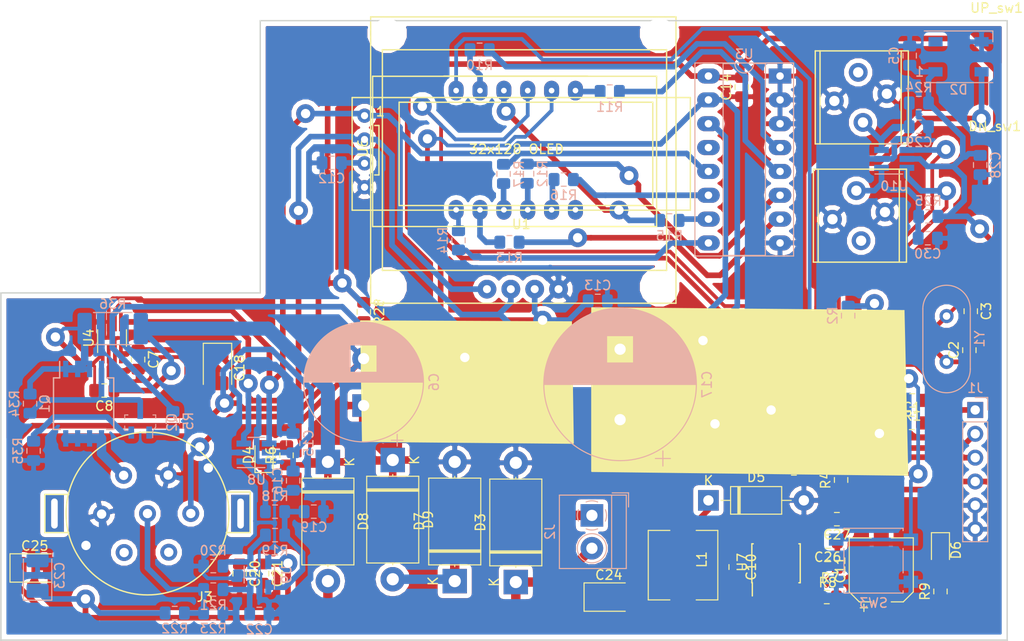
<source format=kicad_pcb>
(kicad_pcb (version 20171130) (host pcbnew "(5.0.2)-1")
  (layers (0 F.Cu signal) (31 B.Cu signal) (34 B.Paste user) (35 F.Paste user) (36 B.SilkS user) (37 F.SilkS user) (38 B.Mask user) (39 F.Mask user) (44 Edge.Cuts user))
  (net 0 "")
  (net 1 "Net-(U3-Pad13)")
  (net 2 GND)
  (net 3 +24V)
  (net 4 VCC)
  (net 5 SCL)
  (net 6 SDA)
  (net 7 "Net-(C1-Pad1)")
  (net 8 "Net-(D6-Pad2)")
  (net 9 "Net-(R7-Pad2)")
  (net 10 "Net-(D4-Pad2)")
  (net 11 "Net-(C10-Pad2)")
  (net 12 "Net-(U7-Pad2)")
  (net 13 "Net-(U7-Pad3)")
  (net 14 "Net-(U7-Pad5)")
  (net 15 "Net-(C10-Pad1)")
  (net 16 "Net-(C2-Pad1)")
  (net 17 "Net-(C3-Pad1)")
  (net 18 Pixel)
  (net 19 "Net-(C4-Pad1)")
  (net 20 "Net-(U5-Pad23)")
  (net 21 "Net-(D2-Pad2)")
  (net 22 DTR)
  (net 23 TXO)
  (net 24 RXI)
  (net 25 "Net-(J3-Pad4)")
  (net 26 "Net-(J3-Pad5)")
  (net 27 "Net-(D7-Pad1)")
  (net 28 "Net-(D3-Pad1)")
  (net 29 "Net-(R19-Pad1)")
  (net 30 "Net-(R12-Pad1)")
  (net 31 "Net-(R12-Pad2)")
  (net 32 "Net-(R13-Pad2)")
  (net 33 "Net-(R13-Pad1)")
  (net 34 "Net-(R29-Pad2)")
  (net 35 "Net-(R14-Pad2)")
  (net 36 "Net-(R14-Pad1)")
  (net 37 "Net-(R15-Pad1)")
  (net 38 "Net-(R15-Pad2)")
  (net 39 "Net-(R16-Pad2)")
  (net 40 "Net-(R16-Pad1)")
  (net 41 "Net-(R17-Pad1)")
  (net 42 "Net-(R17-Pad2)")
  (net 43 "Net-(R10-Pad2)")
  (net 44 "Net-(R10-Pad1)")
  (net 45 "Net-(R18-Pad2)")
  (net 46 "Net-(R26-Pad2)")
  (net 47 "Net-(R11-Pad2)")
  (net 48 "Net-(R11-Pad1)")
  (net 49 "Net-(U5-Pad1)")
  (net 50 "Net-(U5-Pad2)")
  (net 51 "Net-(U5-Pad11)")
  (net 52 "Net-(U5-Pad14)")
  (net 53 "Net-(U5-Pad25)")
  (net 54 "Net-(U5-Pad26)")
  (net 55 "Net-(U5-Pad32)")
  (net 56 "Net-(Q1-Pad4)")
  (net 57 "Net-(Q2-Pad2)")
  (net 58 "Net-(Q2-Pad1)")
  (net 59 "Net-(C8-Pad2)")
  (net 60 SolderPWM)
  (net 61 Dig2)
  (net 62 Dig3)
  (net 63 Dig1)
  (net 64 "Net-(U6-Pad6)")
  (net 65 "Net-(C19-Pad1)")
  (net 66 "Net-(C30-Pad1)")
  (net 67 "Net-(C29-Pad1)")
  (net 68 "Net-(C22-Pad1)")
  (net 69 "Net-(U5-Pad10)")
  (net 70 BTN_UP)
  (net 71 BTN_DN)
  (net 72 "Net-(U5-Pad19)")
  (net 73 HandleTempRaw)
  (net 74 TipTemp)
  (net 75 HandleTemp)
  (net 76 PWMtoTip)
  (module Resistor_SMD:R_1210_3225Metric_Pad1.42x2.65mm_HandSolder (layer F.Cu) (at 172.225 77.15)
    (fp_text reference R29 (at 0 -2.28) (layer F.SilkS))
    (fp_text value 0r)
    (pad 1 smd roundrect (at -1.4875 0) (size 1.425 2.65) (layers F.Cu F.Paste F.Mask) (roundrect_rratio 0.175439) (net 75 HandleTemp))
    (pad 2 smd roundrect (at 1.4875 0) (size 1.425 2.65) (layers F.Cu F.Paste F.Mask) (roundrect_rratio 0.175439) (net 34 "Net-(R29-Pad2)"))
  )
  (module Libs:libOLED_128x64_i2c (layer F.Cu) (at 166.1 71.3 180)
    (fp_text reference U2 (at 0.75 -3 180) (layer F.SilkS))
    (fp_text value OLED_128x64_i2c_0.96")
    (pad "" np_thru_hole circle (at 0 3.75 180) (size 3.2 3.2) (drill 3.2) (layers *.Cu *.Mask))
    (pad 21 np_thru_hole circle (at 29 3.75 180) (size 3.2 3.2) (drill 3.2) (layers *.Cu *.Mask))
    (pad 12 np_thru_hole circle (at 0 30.75 180) (size 3.2 3.2) (drill 3.2) (layers *.Cu *.Mask))
    (pad 22 np_thru_hole circle (at 29 30.75 180) (size 3.2 3.2) (drill 3.2) (layers *.Cu *.Mask))
    (pad 1 thru_hole circle (at 10.75 3.5 180) (size 2 2) (drill 0.85) (layers *.Cu *.Mask) (net 2 GND))
    (pad 2 thru_hole circle (at 13.29 3.5 180) (size 2 2) (drill 0.85) (layers *.Cu *.Mask) (net 4 VCC))
    (pad 3 thru_hole circle (at 15.83 3.5 180) (size 2 2) (drill 0.85) (layers *.Cu *.Mask) (net 5 SCL))
    (pad 4 thru_hole circle (at 18.37 3.5 180) (size 2 2) (drill 0.85) (layers *.Cu *.Mask) (net 6 SDA))
  )
  (module Capacitor_THT:CP_Radial_D12.5mm_P5.00mm (layer B.Cu) (at 134.6 80.2 90)
    (fp_text reference C6 (at 2.5 7.5 90) (layer B.SilkS) (effects (justify mirror)))
    (fp_text value 100uF)
    (pad 1 thru_hole rect (at 0 0 90) (size 2.4 2.4) (drill 1.2) (layers *.Cu *.Mask) (net 3 +24V))
    (pad 2 thru_hole circle (at 5 0 90) (size 2.4 2.4) (drill 1.2) (layers *.Cu *.Mask) (net 2 GND))
  )
  (module Capacitor_THT:CP_Radial_D16.0mm_P7.50mm (layer B.Cu) (at 161.9 81.7 90)
    (fp_text reference C17 (at 3.75 9.25 90) (layer B.SilkS) (effects (justify mirror)))
    (fp_text value 100uF)
    (pad 1 thru_hole rect (at 0 0 90) (size 2.4 2.4) (drill 1.2) (layers *.Cu *.Mask) (net 3 +24V))
    (pad 2 thru_hole circle (at 7.5 0 90) (size 2.4 2.4) (drill 1.2) (layers *.Cu *.Mask) (net 2 GND))
  )
  (module Capacitor_SMD:C_0805_2012Metric_Pad1.15x1.40mm_HandSolder (layer F.Cu) (at 143.45 74.8 90)
    (fp_text reference C32 (at 0 -1.65 90) (layer F.SilkS))
    (fp_text value 10n)
    (pad 2 smd roundrect (at 1.025 0 90) (size 1.15 1.4) (layers F.Cu F.Paste F.Mask) (roundrect_rratio 0.217391) (net 2 GND))
    (pad 1 smd roundrect (at -1.025 0 90) (size 1.15 1.4) (layers F.Cu F.Paste F.Mask) (roundrect_rratio 0.217391) (net 4 VCC))
  )
  (module Capacitor_SMD:C_0805_2012Metric_Pad1.15x1.40mm_HandSolder (layer F.Cu) (at 152.7 73.325 180)
    (fp_text reference C31 (at 0 -1.65 180) (layer F.SilkS))
    (fp_text value 100n)
    (pad 1 smd roundrect (at -1.025 0 180) (size 1.15 1.4) (layers F.Cu F.Paste F.Mask) (roundrect_rratio 0.217391) (net 4 VCC))
    (pad 2 smd roundrect (at 1.025 0 180) (size 1.15 1.4) (layers F.Cu F.Paste F.Mask) (roundrect_rratio 0.217391) (net 2 GND))
  )
  (module Package_TO_SOT_SMD:SOT-23-5_HandSoldering (layer F.Cu) (at 140.125 74.6 270)
    (fp_text reference U11 (at 0 -2.9 270) (layer F.SilkS))
    (fp_text value AD8541ARZ)
    (pad 1 smd rect (at -1.35 -0.95 270) (size 1.56 0.65) (layers F.Cu F.Paste F.Mask) (net 75 HandleTemp))
    (pad 2 smd rect (at -1.35 0 270) (size 1.56 0.65) (layers F.Cu F.Paste F.Mask) (net 2 GND))
    (pad 3 smd rect (at -1.35 0.95 270) (size 1.56 0.65) (layers F.Cu F.Paste F.Mask) (net 73 HandleTempRaw))
    (pad 4 smd rect (at 1.35 0.95 270) (size 1.56 0.65) (layers F.Cu F.Paste F.Mask) (net 46 "Net-(R26-Pad2)"))
    (pad 5 smd rect (at 1.35 -0.95 270) (size 1.56 0.65) (layers F.Cu F.Paste F.Mask) (net 4 VCC))
  )
  (module Resistor_SMD:R_0805_2012Metric_Pad1.15x1.40mm_HandSolder (layer F.Cu) (at 142.725 78.85 180)
    (fp_text reference R26 (at 0 -1.65 180) (layer F.SilkS))
    (fp_text value 10K)
    (pad 1 smd roundrect (at -1.025 0 180) (size 1.15 1.4) (layers F.Cu F.Paste F.Mask) (roundrect_rratio 0.217391) (net 75 HandleTemp))
    (pad 2 smd roundrect (at 1.025 0 180) (size 1.15 1.4) (layers F.Cu F.Paste F.Mask) (roundrect_rratio 0.217391) (net 46 "Net-(R26-Pad2)"))
  )
  (module Resistor_SMD:R_0805_2012Metric_Pad1.15x1.40mm_HandSolder (layer F.Cu) (at 138.625 78.75 180)
    (fp_text reference R27 (at 0 -1.65 180) (layer F.SilkS))
    (fp_text value 10K)
    (pad 2 smd roundrect (at 1.025 0 180) (size 1.15 1.4) (layers F.Cu F.Paste F.Mask) (roundrect_rratio 0.217391) (net 2 GND))
    (pad 1 smd roundrect (at -1.025 0 180) (size 1.15 1.4) (layers F.Cu F.Paste F.Mask) (roundrect_rratio 0.217391) (net 46 "Net-(R26-Pad2)"))
  )
  (module Resistor_SMD:R_0805_2012Metric_Pad1.15x1.40mm_HandSolder (layer F.Cu) (at 134.625 70.225 270)
    (fp_text reference R28 (at 0 -1.65 270) (layer F.SilkS))
    (fp_text value 10K)
    (pad 1 smd roundrect (at -1.025 0 270) (size 1.15 1.4) (layers F.Cu F.Paste F.Mask) (roundrect_rratio 0.217391) (net 4 VCC))
    (pad 2 smd roundrect (at 1.025 0 270) (size 1.15 1.4) (layers F.Cu F.Paste F.Mask) (roundrect_rratio 0.217391) (net 73 HandleTempRaw))
  )
  (module Capacitor_SMD:C_0805_2012Metric_Pad1.15x1.40mm_HandSolder (layer B.Cu) (at 194.65 62.375)
    (fp_text reference C30 (at 0 1.65) (layer B.SilkS) (effects (justify mirror)))
    (fp_text value 10n)
    (pad 1 smd roundrect (at -1.025 0) (size 1.15 1.4) (layers B.Cu B.Paste B.Mask) (roundrect_rratio 0.217391) (net 66 "Net-(C30-Pad1)"))
    (pad 2 smd roundrect (at 1.025 0) (size 1.15 1.4) (layers B.Cu B.Paste B.Mask) (roundrect_rratio 0.217391) (net 2 GND))
  )
  (module Capacitor_SMD:C_0805_2012Metric_Pad1.15x1.40mm_HandSolder (layer B.Cu) (at 193.7 50.5)
    (fp_text reference C29 (at 0 1.65) (layer B.SilkS) (effects (justify mirror)))
    (fp_text value 10n)
    (pad 2 smd roundrect (at 1.025 0) (size 1.15 1.4) (layers B.Cu B.Paste B.Mask) (roundrect_rratio 0.217391) (net 2 GND))
    (pad 1 smd roundrect (at -1.025 0) (size 1.15 1.4) (layers B.Cu B.Paste B.Mask) (roundrect_rratio 0.217391) (net 67 "Net-(C29-Pad1)"))
  )
  (module Capacitor_SMD:C_0805_2012Metric_Pad1.15x1.40mm_HandSolder (layer B.Cu) (at 200.225 54.575 90)
    (fp_text reference C28 (at 0 1.65 90) (layer B.SilkS) (effects (justify mirror)))
    (fp_text value 100n)
    (pad 1 smd roundrect (at -1.025 0 90) (size 1.15 1.4) (layers B.Cu B.Paste B.Mask) (roundrect_rratio 0.217391) (net 2 GND))
    (pad 2 smd roundrect (at 1.025 0 90) (size 1.15 1.4) (layers B.Cu B.Paste B.Mask) (roundrect_rratio 0.217391) (net 4 VCC))
  )
  (module Capacitor_SMD:C_0805_2012Metric_Pad1.15x1.40mm_HandSolder (layer F.Cu) (at 184.975 92.3 180)
    (fp_text reference C27 (at 0 -1.65 180) (layer F.SilkS))
    (fp_text value 10n)
    (pad 2 smd roundrect (at 1.025 0 180) (size 1.15 1.4) (layers F.Cu F.Paste F.Mask) (roundrect_rratio 0.217391) (net 2 GND))
    (pad 1 smd roundrect (at -1.025 0 180) (size 1.15 1.4) (layers F.Cu F.Paste F.Mask) (roundrect_rratio 0.217391) (net 4 VCC))
  )
  (module Capacitor_SMD:C_0805_2012Metric_Pad1.15x1.40mm_HandSolder (layer B.Cu) (at 123.5 102.4)
    (fp_text reference C22 (at 0 1.65) (layer B.SilkS) (effects (justify mirror)))
    (fp_text value 10n)
    (pad 1 smd roundrect (at -1.025 0) (size 1.15 1.4) (layers B.Cu B.Paste B.Mask) (roundrect_rratio 0.217391) (net 68 "Net-(C22-Pad1)"))
    (pad 2 smd roundrect (at 1.025 0) (size 1.15 1.4) (layers B.Cu B.Paste B.Mask) (roundrect_rratio 0.217391) (net 2 GND))
  )
  (module Capacitor_SMD:C_0805_2012Metric_Pad1.15x1.40mm_HandSolder (layer F.Cu) (at 123.8 98.1 270)
    (fp_text reference C21 (at 0 -1.65 270) (layer F.SilkS))
    (fp_text value 10n)
    (pad 2 smd roundrect (at 1.025 0 270) (size 1.15 1.4) (layers F.Cu F.Paste F.Mask) (roundrect_rratio 0.217391) (net 2 GND))
    (pad 1 smd roundrect (at -1.025 0 270) (size 1.15 1.4) (layers F.Cu F.Paste F.Mask) (roundrect_rratio 0.217391) (net 4 VCC))
  )
  (module Capacitor_SMD:C_0805_2012Metric_Pad1.15x1.40mm_HandSolder (layer F.Cu) (at 121.4 98.1 270)
    (fp_text reference C20 (at 0 -1.65 270) (layer F.SilkS))
    (fp_text value 100n)
    (pad 1 smd roundrect (at -1.025 0 270) (size 1.15 1.4) (layers F.Cu F.Paste F.Mask) (roundrect_rratio 0.217391) (net 4 VCC))
    (pad 2 smd roundrect (at 1.025 0 270) (size 1.15 1.4) (layers F.Cu F.Paste F.Mask) (roundrect_rratio 0.217391) (net 2 GND))
  )
  (module Capacitor_SMD:C_0805_2012Metric_Pad1.15x1.40mm_HandSolder (layer B.Cu) (at 129.3 91.5)
    (fp_text reference C19 (at 0 1.65) (layer B.SilkS) (effects (justify mirror)))
    (fp_text value 10n)
    (pad 2 smd roundrect (at 1.025 0) (size 1.15 1.4) (layers B.Cu B.Paste B.Mask) (roundrect_rratio 0.217391) (net 2 GND))
    (pad 1 smd roundrect (at -1.025 0) (size 1.15 1.4) (layers B.Cu B.Paste B.Mask) (roundrect_rratio 0.217391) (net 65 "Net-(C19-Pad1)"))
  )
  (module Capacitor_SMD:C_0805_2012Metric_Pad1.15x1.40mm_HandSolder (layer B.Cu) (at 127.1 88.2 270)
    (fp_text reference C16 (at 0 1.65 270) (layer B.SilkS) (effects (justify mirror)))
    (fp_text value 10n)
    (pad 1 smd roundrect (at -1.025 0 270) (size 1.15 1.4) (layers B.Cu B.Paste B.Mask) (roundrect_rratio 0.217391) (net 4 VCC))
    (pad 2 smd roundrect (at 1.025 0 270) (size 1.15 1.4) (layers B.Cu B.Paste B.Mask) (roundrect_rratio 0.217391) (net 2 GND))
  )
  (module Capacitor_SMD:C_0805_2012Metric_Pad1.15x1.40mm_HandSolder (layer B.Cu) (at 127.1 84.2 90)
    (fp_text reference C15 (at 0 1.65 90) (layer B.SilkS) (effects (justify mirror)))
    (fp_text value 100n)
    (pad 2 smd roundrect (at 1.025 0 90) (size 1.15 1.4) (layers B.Cu B.Paste B.Mask) (roundrect_rratio 0.217391) (net 2 GND))
    (pad 1 smd roundrect (at -1.025 0 90) (size 1.15 1.4) (layers B.Cu B.Paste B.Mask) (roundrect_rratio 0.217391) (net 4 VCC))
  )
  (module Capacitor_SMD:C_0805_2012Metric_Pad1.15x1.40mm_HandSolder (layer F.Cu) (at 184 94.7 180)
    (fp_text reference C26 (at 0 -1.65 180) (layer F.SilkS))
    (fp_text value 100n)
    (pad 1 smd roundrect (at -1.025 0 180) (size 1.15 1.4) (layers F.Cu F.Paste F.Mask) (roundrect_rratio 0.217391) (net 4 VCC))
    (pad 2 smd roundrect (at 1.025 0 180) (size 1.15 1.4) (layers F.Cu F.Paste F.Mask) (roundrect_rratio 0.217391) (net 2 GND))
  )
  (module Capacitor_Tantalum_SMD:CP_EIA-3528-15_AVX-H_Pad1.50x2.35mm_HandSolder (layer F.Cu) (at 160.7 100.6)
    (fp_text reference C24 (at 0 -2.35) (layer F.SilkS))
    (fp_text value 15u)
    (pad 1 smd roundrect (at -1.625 0) (size 1.5 2.35) (layers F.Cu F.Paste F.Mask) (roundrect_rratio 0.166667) (net 4 VCC))
    (pad 2 smd roundrect (at 1.625 0) (size 1.5 2.35) (layers F.Cu F.Paste F.Mask) (roundrect_rratio 0.166667) (net 2 GND))
  )
  (module Capacitor_Tantalum_SMD:CP_EIA-3528-15_AVX-H_Pad1.50x2.35mm_HandSolder (layer F.Cu) (at 99.6 97.5)
    (fp_text reference C25 (at 0 -2.35) (layer F.SilkS))
    (fp_text value 15u)
    (pad 2 smd roundrect (at 1.625 0) (size 1.5 2.35) (layers F.Cu F.Paste F.Mask) (roundrect_rratio 0.166667) (net 2 GND))
    (pad 1 smd roundrect (at -1.625 0) (size 1.5 2.35) (layers F.Cu F.Paste F.Mask) (roundrect_rratio 0.166667) (net 4 VCC))
  )
  (module Capacitor_Tantalum_SMD:CP_EIA-3528-15_AVX-H_Pad1.50x2.35mm_HandSolder (layer B.Cu) (at 99.9 98.3 90)
    (fp_text reference C23 (at 0 2.35 90) (layer B.SilkS) (effects (justify mirror)))
    (fp_text value 15u)
    (pad 1 smd roundrect (at -1.625 0 90) (size 1.5 2.35) (layers B.Cu B.Paste B.Mask) (roundrect_rratio 0.166667) (net 4 VCC))
    (pad 2 smd roundrect (at 1.625 0 90) (size 1.5 2.35) (layers B.Cu B.Paste B.Mask) (roundrect_rratio 0.166667) (net 2 GND))
  )
  (module Capacitor_Tantalum_SMD:CP_EIA-3528-21_Kemet-B_Pad1.50x2.35mm_HandSolder (layer F.Cu) (at 119.05 76.2 270)
    (fp_text reference C18 (at 0 -2.35 270) (layer F.SilkS))
    (fp_text value 15.6U)
    (pad 1 smd roundrect (at -1.625 0 270) (size 1.5 2.35) (layers F.Cu F.Paste F.Mask) (roundrect_rratio 0.166667) (net 4 VCC))
    (pad 2 smd roundrect (at 1.625 0 270) (size 1.5 2.35) (layers F.Cu F.Paste F.Mask) (roundrect_rratio 0.166667) (net 2 GND))
  )
  (module Package_TO_SOT_SMD:SOT-23-5_HandSoldering (layer B.Cu) (at 123.5 98.2 90)
    (fp_text reference U9 (at 0 2.9 90) (layer B.SilkS) (effects (justify mirror)))
    (fp_text value AD8541ARZ)
    (pad 1 smd rect (at -1.35 0.95 90) (size 1.56 0.65) (layers B.Cu B.Paste B.Mask) (net 65 "Net-(C19-Pad1)"))
    (pad 2 smd rect (at -1.35 0 90) (size 1.56 0.65) (layers B.Cu B.Paste B.Mask) (net 2 GND))
    (pad 3 smd rect (at -1.35 -0.95 90) (size 1.56 0.65) (layers B.Cu B.Paste B.Mask) (net 68 "Net-(C22-Pad1)"))
    (pad 4 smd rect (at 1.35 -0.95 90) (size 1.56 0.65) (layers B.Cu B.Paste B.Mask) (net 29 "Net-(R19-Pad1)"))
    (pad 5 smd rect (at 1.35 0.95 90) (size 1.56 0.65) (layers B.Cu B.Paste B.Mask) (net 4 VCC))
  )
  (module Package_TO_SOT_SMD:SOT-23-6_Handsoldering (layer B.Cu) (at 123.2 85.2)
    (fp_text reference U8 (at 0 2.9) (layer B.SilkS) (effects (justify mirror)))
    (fp_text value ADS1000)
    (pad 5 smd rect (at 1.35 0) (size 1.56 0.65) (layers B.Cu B.Paste B.Mask) (net 4 VCC))
    (pad 6 smd rect (at 1.35 0.95) (size 1.56 0.65) (layers B.Cu B.Paste B.Mask) (net 2 GND))
    (pad 4 smd rect (at 1.35 -0.95) (size 1.56 0.65) (layers B.Cu B.Paste B.Mask) (net 6 SDA))
    (pad 3 smd rect (at -1.35 -0.95) (size 1.56 0.65) (layers B.Cu B.Paste B.Mask) (net 5 SCL))
    (pad 2 smd rect (at -1.35 0) (size 1.56 0.65) (layers B.Cu B.Paste B.Mask) (net 2 GND))
    (pad 1 smd rect (at -1.35 0.95) (size 1.56 0.65) (layers B.Cu B.Paste B.Mask) (net 45 "Net-(R18-Pad2)"))
  )
  (module Package_TO_SOT_SMD:SOT-23-6_Handsoldering (layer B.Cu) (at 191.075 53.925)
    (fp_text reference U10 (at 0 2.9) (layer B.SilkS) (effects (justify mirror)))
    (fp_text value 74HCT2G14GV)
    (pad 1 smd rect (at -1.35 0.95) (size 1.56 0.65) (layers B.Cu B.Paste B.Mask) (net 66 "Net-(C30-Pad1)"))
    (pad 2 smd rect (at -1.35 0) (size 1.56 0.65) (layers B.Cu B.Paste B.Mask) (net 2 GND))
    (pad 3 smd rect (at -1.35 -0.95) (size 1.56 0.65) (layers B.Cu B.Paste B.Mask) (net 67 "Net-(C29-Pad1)"))
    (pad 4 smd rect (at 1.35 -0.95) (size 1.56 0.65) (layers B.Cu B.Paste B.Mask) (net 71 BTN_DN))
    (pad 6 smd rect (at 1.35 0.95) (size 1.56 0.65) (layers B.Cu B.Paste B.Mask) (net 70 BTN_UP))
    (pad 5 smd rect (at 1.35 0) (size 1.56 0.65) (layers B.Cu B.Paste B.Mask) (net 4 VCC))
  )
  (module Resistor_SMD:R_0805_2012Metric_Pad1.15x1.40mm_HandSolder (layer B.Cu) (at 118.6 99.8)
    (fp_text reference R21 (at 0 1.65) (layer B.SilkS) (effects (justify mirror)))
    (fp_text value 5K6)
    (pad 2 smd roundrect (at 1.025 0) (size 1.15 1.4) (layers B.Cu B.Paste B.Mask) (roundrect_rratio 0.217391) (net 68 "Net-(C22-Pad1)"))
    (pad 1 smd roundrect (at -1.025 0) (size 1.15 1.4) (layers B.Cu B.Paste B.Mask) (roundrect_rratio 0.217391) (net 74 TipTemp))
  )
  (module Resistor_SMD:R_0805_2012Metric_Pad1.15x1.40mm_HandSolder (layer B.Cu) (at 114.5 102.3)
    (fp_text reference R22 (at 0 1.65) (layer B.SilkS) (effects (justify mirror)))
    (fp_text value 1M)
    (pad 1 smd roundrect (at -1.025 0) (size 1.15 1.4) (layers B.Cu B.Paste B.Mask) (roundrect_rratio 0.217391) (net 4 VCC))
    (pad 2 smd roundrect (at 1.025 0) (size 1.15 1.4) (layers B.Cu B.Paste B.Mask) (roundrect_rratio 0.217391) (net 74 TipTemp))
  )
  (module Resistor_SMD:R_0805_2012Metric_Pad1.15x1.40mm_HandSolder (layer B.Cu) (at 118.6 102.3)
    (fp_text reference R23 (at 0 1.65) (layer B.SilkS) (effects (justify mirror)))
    (fp_text value 10M)
    (pad 2 smd roundrect (at 1.025 0) (size 1.15 1.4) (layers B.Cu B.Paste B.Mask) (roundrect_rratio 0.217391) (net 2 GND))
    (pad 1 smd roundrect (at -1.025 0) (size 1.15 1.4) (layers B.Cu B.Paste B.Mask) (roundrect_rratio 0.217391) (net 74 TipTemp))
  )
  (module Resistor_SMD:R_0805_2012Metric_Pad1.15x1.40mm_HandSolder (layer B.Cu) (at 193.7 47.975 180)
    (fp_text reference R24 (at 0 1.65 180) (layer B.SilkS) (effects (justify mirror)))
    (fp_text value 100K)
    (pad 1 smd roundrect (at -1.025 0 180) (size 1.15 1.4) (layers B.Cu B.Paste B.Mask) (roundrect_rratio 0.217391) (net 4 VCC))
    (pad 2 smd roundrect (at 1.025 0 180) (size 1.15 1.4) (layers B.Cu B.Paste B.Mask) (roundrect_rratio 0.217391) (net 67 "Net-(C29-Pad1)"))
  )
  (module Resistor_SMD:R_0805_2012Metric_Pad1.15x1.40mm_HandSolder (layer B.Cu) (at 125.175 94)
    (fp_text reference R19 (at 0 1.65) (layer B.SilkS) (effects (justify mirror)))
    (fp_text value 18K)
    (pad 2 smd roundrect (at 1.025 0) (size 1.15 1.4) (layers B.Cu B.Paste B.Mask) (roundrect_rratio 0.217391) (net 65 "Net-(C19-Pad1)"))
    (pad 1 smd roundrect (at -1.025 0) (size 1.15 1.4) (layers B.Cu B.Paste B.Mask) (roundrect_rratio 0.217391) (net 29 "Net-(R19-Pad1)"))
  )
  (module Resistor_SMD:R_0805_2012Metric_Pad1.15x1.40mm_HandSolder (layer B.Cu) (at 194.7 60.05 180)
    (fp_text reference R25 (at 0 1.65 180) (layer B.SilkS) (effects (justify mirror)))
    (fp_text value 100K)
    (pad 1 smd roundrect (at -1.025 0 180) (size 1.15 1.4) (layers B.Cu B.Paste B.Mask) (roundrect_rratio 0.217391) (net 4 VCC))
    (pad 2 smd roundrect (at 1.025 0 180) (size 1.15 1.4) (layers B.Cu B.Paste B.Mask) (roundrect_rratio 0.217391) (net 66 "Net-(C30-Pad1)"))
  )
  (module Resistor_SMD:R_0805_2012Metric_Pad1.15x1.40mm_HandSolder (layer B.Cu) (at 118.6 97.3 180)
    (fp_text reference R20 (at 0 1.65 180) (layer B.SilkS) (effects (justify mirror)))
    (fp_text value 100R)
    (pad 2 smd roundrect (at 1.025 0 180) (size 1.15 1.4) (layers B.Cu B.Paste B.Mask) (roundrect_rratio 0.217391) (net 2 GND))
    (pad 1 smd roundrect (at -1.025 0 180) (size 1.15 1.4) (layers B.Cu B.Paste B.Mask) (roundrect_rratio 0.217391) (net 29 "Net-(R19-Pad1)"))
  )
  (module Resistor_SMD:R_0805_2012Metric_Pad1.15x1.40mm_HandSolder (layer B.Cu) (at 125.175 91.5 180)
    (fp_text reference R18 (at 0 1.65 180) (layer B.SilkS) (effects (justify mirror)))
    (fp_text value 5K6)
    (pad 1 smd roundrect (at -1.025 0 180) (size 1.15 1.4) (layers B.Cu B.Paste B.Mask) (roundrect_rratio 0.217391) (net 65 "Net-(C19-Pad1)"))
    (pad 2 smd roundrect (at 1.025 0 180) (size 1.15 1.4) (layers B.Cu B.Paste B.Mask) (roundrect_rratio 0.217391) (net 45 "Net-(R18-Pad2)"))
  )
  (module Libs:KYX-4301AS (layer F.Cu) (at 150.8 53)
    (fp_text reference U6 (at -16.256 -0.254 90) (layer F.SilkS))
    (fp_text value 4301AS)
    (pad 12 thru_hole oval (at -6.35 -6.35) (size 1.6 2.1) (drill 0.6) (layers *.Cu *.Mask) (net 62 Dig3))
    (pad 1 thru_hole oval (at -6.35 6.35) (size 1.6 2.1) (drill 0.6) (layers *.Cu *.Mask) (net 36 "Net-(R14-Pad1)"))
    (pad 11 thru_hole oval (at -3.81 -6.35) (size 1.6 2.1) (drill 0.6) (layers *.Cu *.Mask) (net 44 "Net-(R10-Pad1)"))
    (pad 2 thru_hole oval (at -3.81 6.35) (size 1.6 2.1) (drill 0.6) (layers *.Cu *.Mask) (net 33 "Net-(R13-Pad1)"))
    (pad 10 thru_hole oval (at -1.27 -6.35) (size 1.6 2.1) (drill 0.6) (layers *.Cu *.Mask) (net 37 "Net-(R15-Pad1)"))
    (pad 3 thru_hole oval (at -1.27 6.35) (size 1.6 2.1) (drill 0.6) (layers *.Cu *.Mask) (net 41 "Net-(R17-Pad1)"))
    (pad 9 thru_hole oval (at 1.27 -6.35) (size 1.6 2.1) (drill 0.6) (layers *.Cu *.Mask) (net 61 Dig2))
    (pad 4 thru_hole oval (at 1.27 6.35) (size 1.6 2.1) (drill 0.6) (layers *.Cu *.Mask) (net 30 "Net-(R12-Pad1)"))
    (pad 8 thru_hole oval (at 3.81 -6.35) (size 1.6 2.1) (drill 0.6) (layers *.Cu *.Mask) (net 63 Dig1))
    (pad 5 thru_hole oval (at 3.81 6.35) (size 1.6 2.1) (drill 0.6) (layers *.Cu *.Mask) (net 40 "Net-(R16-Pad1)"))
    (pad 7 thru_hole oval (at 6.35 -6.35) (size 1.6 2.1) (drill 0.6) (layers *.Cu *.Mask) (net 48 "Net-(R11-Pad1)"))
    (pad 6 thru_hole oval (at 6.35 6.35) (size 1.6 2.1) (drill 0.6) (layers *.Cu *.Mask) (net 64 "Net-(U6-Pad6)"))
  )
  (module Package_TO_SOT_SMD:TSOT-23-8_HandSoldering (layer F.Cu) (at 107.8 73 90)
    (fp_text reference U4 (at 0 -2.45 90) (layer F.SilkS))
    (fp_text value INA219)
    (pad 1 smd rect (at -1.71 -0.97 90) (size 2 0.4) (layers F.Cu F.Paste F.Mask) (net 59 "Net-(C8-Pad2)"))
    (pad 2 smd rect (at -1.71 -0.33 90) (size 2 0.4) (layers F.Cu F.Paste F.Mask) (net 3 +24V))
    (pad 3 smd rect (at -1.71 0.33 90) (size 2 0.4) (layers F.Cu F.Paste F.Mask) (net 2 GND))
    (pad 4 smd rect (at -1.71 0.97 90) (size 2 0.4) (layers F.Cu F.Paste F.Mask) (net 4 VCC))
    (pad 5 smd rect (at 1.71 0.97 90) (size 2 0.4) (layers F.Cu F.Paste F.Mask) (net 5 SCL))
    (pad 6 smd rect (at 1.71 0.33 90) (size 2 0.4) (layers F.Cu F.Paste F.Mask) (net 6 SDA))
    (pad 7 smd rect (at 1.71 -0.33 90) (size 2 0.4) (layers F.Cu F.Paste F.Mask) (net 2 GND))
    (pad 8 smd rect (at 1.71 -0.97 90) (size 2 0.4) (layers F.Cu F.Paste F.Mask) (net 2 GND))
  )
  (module Resistor_SMD:R_0805_2012Metric_Pad1.15x1.40mm_HandSolder (layer B.Cu) (at 114.3 81.85 90)
    (fp_text reference R5 (at 0 1.65 90) (layer B.SilkS) (effects (justify mirror)))
    (fp_text value 100R)
    (pad 1 smd roundrect (at -1.025 0 90) (size 1.15 1.4) (layers B.Cu B.Paste B.Mask) (roundrect_rratio 0.217391) (net 58 "Net-(Q2-Pad1)"))
    (pad 2 smd roundrect (at 1.025 0 90) (size 1.15 1.4) (layers B.Cu B.Paste B.Mask) (roundrect_rratio 0.217391) (net 60 SolderPWM))
  )
  (module Package_DIP:DIP-16_W7.62mm_Socket_LongPads (layer B.Cu) (at 178.925 45.1 180)
    (fp_text reference U3 (at 3.81 2.33 180) (layer B.SilkS) (effects (justify mirror)))
    (fp_text value PCF8574)
    (pad 16 thru_hole oval (at 7.62 0 180) (size 2.4 1.6) (drill 0.8) (layers *.Cu *.Mask) (net 4 VCC))
    (pad 8 thru_hole oval (at 0 -17.78 180) (size 2.4 1.6) (drill 0.8) (layers *.Cu *.Mask) (net 2 GND))
    (pad 15 thru_hole oval (at 7.62 -2.54 180) (size 2.4 1.6) (drill 0.8) (layers *.Cu *.Mask) (net 6 SDA))
    (pad 7 thru_hole oval (at 0 -15.24 180) (size 2.4 1.6) (drill 0.8) (layers *.Cu *.Mask) (net 32 "Net-(R13-Pad2)"))
    (pad 14 thru_hole oval (at 7.62 -5.08 180) (size 2.4 1.6) (drill 0.8) (layers *.Cu *.Mask) (net 5 SCL))
    (pad 6 thru_hole oval (at 0 -12.7 180) (size 2.4 1.6) (drill 0.8) (layers *.Cu *.Mask) (net 31 "Net-(R12-Pad2)"))
    (pad 13 thru_hole oval (at 7.62 -7.62 180) (size 2.4 1.6) (drill 0.8) (layers *.Cu *.Mask) (net 1 "Net-(U3-Pad13)"))
    (pad 5 thru_hole oval (at 0 -10.16 180) (size 2.4 1.6) (drill 0.8) (layers *.Cu *.Mask) (net 47 "Net-(R11-Pad2)"))
    (pad 12 thru_hole oval (at 7.62 -10.16 180) (size 2.4 1.6) (drill 0.8) (layers *.Cu *.Mask) (net 42 "Net-(R17-Pad2)"))
    (pad 4 thru_hole oval (at 0 -7.62 180) (size 2.4 1.6) (drill 0.8) (layers *.Cu *.Mask) (net 43 "Net-(R10-Pad2)"))
    (pad 11 thru_hole oval (at 7.62 -12.7 180) (size 2.4 1.6) (drill 0.8) (layers *.Cu *.Mask) (net 39 "Net-(R16-Pad2)"))
    (pad 3 thru_hole oval (at 0 -5.08 180) (size 2.4 1.6) (drill 0.8) (layers *.Cu *.Mask) (net 2 GND))
    (pad 10 thru_hole oval (at 7.62 -15.24 180) (size 2.4 1.6) (drill 0.8) (layers *.Cu *.Mask) (net 38 "Net-(R15-Pad2)"))
    (pad 2 thru_hole oval (at 0 -2.54 180) (size 2.4 1.6) (drill 0.8) (layers *.Cu *.Mask) (net 2 GND))
    (pad 9 thru_hole oval (at 7.62 -17.78 180) (size 2.4 1.6) (drill 0.8) (layers *.Cu *.Mask) (net 35 "Net-(R14-Pad2)"))
    (pad 1 thru_hole rect (at 0 0 180) (size 2.4 1.6) (drill 0.8) (layers *.Cu *.Mask) (net 2 GND))
  )
  (module Package_SO:SO-8_5.3x6.2mm_P1.27mm (layer B.Cu) (at 104.8 80 270)
    (fp_text reference Q1 (at 0 4.13 270) (layer B.SilkS) (effects (justify mirror)))
    (fp_text value Si4435)
    (pad 8 smd rect (at 3.7 1.905 270) (size 1.75 0.55) (layers B.Cu B.Paste B.Mask) (net 76 PWMtoTip))
    (pad 7 smd rect (at 3.7 0.635 270) (size 1.75 0.55) (layers B.Cu B.Paste B.Mask) (net 76 PWMtoTip))
    (pad 6 smd rect (at 3.7 -0.635 270) (size 1.75 0.55) (layers B.Cu B.Paste B.Mask) (net 76 PWMtoTip))
    (pad 5 smd rect (at 3.7 -1.905 270) (size 1.75 0.55) (layers B.Cu B.Paste B.Mask) (net 76 PWMtoTip))
    (pad 4 smd rect (at -3.7 -1.905 270) (size 1.75 0.55) (layers B.Cu B.Paste B.Mask) (net 56 "Net-(Q1-Pad4)"))
    (pad 3 smd rect (at -3.7 -0.635 270) (size 1.75 0.55) (layers B.Cu B.Paste B.Mask) (net 59 "Net-(C8-Pad2)"))
    (pad 2 smd rect (at -3.7 0.635 270) (size 1.75 0.55) (layers B.Cu B.Paste B.Mask) (net 59 "Net-(C8-Pad2)"))
    (pad 1 smd rect (at -3.7 1.905 270) (size 1.75 0.55) (layers B.Cu B.Paste B.Mask) (net 59 "Net-(C8-Pad2)"))
  )
  (module Resistor_SMD:R_0805_2012Metric_Pad1.15x1.40mm_HandSolder (layer B.Cu) (at 99.475 85.025 270)
    (fp_text reference R35 (at 0 1.65 270) (layer B.SilkS) (effects (justify mirror)))
    (fp_text value 10K)
    (pad 1 smd roundrect (at -1.025 0 270) (size 1.15 1.4) (layers B.Cu B.Paste B.Mask) (roundrect_rratio 0.217391) (net 57 "Net-(Q2-Pad2)"))
    (pad 2 smd roundrect (at 1.025 0 270) (size 1.15 1.4) (layers B.Cu B.Paste B.Mask) (roundrect_rratio 0.217391) (net 2 GND))
  )
  (module Resistor_SMD:R_0805_2012Metric_Pad1.15x1.40mm_HandSolder (layer B.Cu) (at 99.1 80 270)
    (fp_text reference R34 (at 0 1.65 270) (layer B.SilkS) (effects (justify mirror)))
    (fp_text value 10K)
    (pad 2 smd roundrect (at 1.025 0 270) (size 1.15 1.4) (layers B.Cu B.Paste B.Mask) (roundrect_rratio 0.217391) (net 56 "Net-(Q1-Pad4)"))
    (pad 1 smd roundrect (at -1.025 0 270) (size 1.15 1.4) (layers B.Cu B.Paste B.Mask) (roundrect_rratio 0.217391) (net 59 "Net-(C8-Pad2)"))
  )
  (module Resistor_SMD:R_2512_6332Metric_Pad1.52x3.35mm_HandSolder (layer B.Cu) (at 107.9 72 180)
    (fp_text reference R36 (at 0 2.62 180) (layer B.SilkS) (effects (justify mirror)))
    (fp_text value 0R01)
    (pad 2 smd roundrect (at 2.9875 0 180) (size 1.525 3.35) (layers B.Cu B.Paste B.Mask) (roundrect_rratio 0.163934) (net 59 "Net-(C8-Pad2)"))
    (pad 1 smd roundrect (at -2.9875 0 180) (size 1.525 3.35) (layers B.Cu B.Paste B.Mask) (roundrect_rratio 0.163934) (net 3 +24V))
  )
  (module digikey-footprints:SOT-23-3 (layer B.Cu) (at 110.825 82.025 90)
    (fp_text reference Q2 (at 0.025 3.375 90) (layer B.SilkS) (effects (justify mirror)))
    (fp_text value BSS138)
    (pad 1 smd rect (at -1.05 0.95 90) (size 1.3 0.6) (layers B.Cu B.Paste B.Mask) (net 58 "Net-(Q2-Pad1)"))
    (pad 2 smd rect (at -1.05 -0.95 90) (size 1.3 0.6) (layers B.Cu B.Paste B.Mask) (net 57 "Net-(Q2-Pad2)"))
    (pad 3 smd rect (at 1.05 0 90) (size 1.3 0.6) (layers B.Cu B.Paste B.Mask) (net 56 "Net-(Q1-Pad4)"))
  )
  (module Capacitor_SMD:C_0805_2012Metric_Pad1.15x1.40mm_HandSolder (layer F.Cu) (at 174.85 46.275 90)
    (fp_text reference C14 (at 0 -1.65 90) (layer F.SilkS))
    (fp_text value 100n)
    (pad 1 smd roundrect (at -1.025 0 90) (size 1.15 1.4) (layers F.Cu F.Paste F.Mask) (roundrect_rratio 0.217391) (net 2 GND))
    (pad 2 smd roundrect (at 1.025 0 90) (size 1.15 1.4) (layers F.Cu F.Paste F.Mask) (roundrect_rratio 0.217391) (net 4 VCC))
  )
  (module Capacitor_SMD:C_0805_2012Metric_Pad1.15x1.40mm_HandSolder (layer B.Cu) (at 159.525 69.05 180)
    (fp_text reference C13 (at 0 1.65 180) (layer B.SilkS) (effects (justify mirror)))
    (fp_text value 100n)
    (pad 2 smd roundrect (at 1.025 0 180) (size 1.15 1.4) (layers B.Cu B.Paste B.Mask) (roundrect_rratio 0.217391) (net 4 VCC))
    (pad 1 smd roundrect (at -1.025 0 180) (size 1.15 1.4) (layers B.Cu B.Paste B.Mask) (roundrect_rratio 0.217391) (net 2 GND))
  )
  (module Capacitor_SMD:C_0805_2012Metric_Pad1.15x1.40mm_HandSolder (layer B.Cu) (at 131.2 54.35)
    (fp_text reference C12 (at 0 1.65) (layer B.SilkS) (effects (justify mirror)))
    (fp_text value 100n)
    (pad 1 smd roundrect (at -1.025 0) (size 1.15 1.4) (layers B.Cu B.Paste B.Mask) (roundrect_rratio 0.217391) (net 2 GND))
    (pad 2 smd roundrect (at 1.025 0) (size 1.15 1.4) (layers B.Cu B.Paste B.Mask) (roundrect_rratio 0.217391) (net 4 VCC))
  )
  (module Diode_THT:D_DO-201AE_P12.70mm_Horizontal (layer F.Cu) (at 150.8 99 90)
    (fp_text reference D3 (at 6.35 -3.77 90) (layer F.SilkS))
    (fp_text value D_Schottky)
    (fp_text user K (at 0 -2.3 90) (layer F.SilkS))
    (pad 2 thru_hole oval (at 12.7 0 90) (size 2.6 2.6) (drill 1.3) (layers *.Cu *.Mask) (net 2 GND))
    (pad 1 thru_hole rect (at 0 0 90) (size 2.6 2.6) (drill 1.3) (layers *.Cu *.Mask) (net 28 "Net-(D3-Pad1)"))
  )
  (module Diode_THT:D_DO-201AE_P12.70mm_Horizontal (layer F.Cu) (at 144.3 98.9 90)
    (fp_text reference D7 (at 6.35 -3.77 90) (layer F.SilkS))
    (fp_text value D_Schottky)
    (fp_text user K (at 0 -2.3 90) (layer F.SilkS))
    (pad 1 thru_hole rect (at 0 0 90) (size 2.6 2.6) (drill 1.3) (layers *.Cu *.Mask) (net 27 "Net-(D7-Pad1)"))
    (pad 2 thru_hole oval (at 12.7 0 90) (size 2.6 2.6) (drill 1.3) (layers *.Cu *.Mask) (net 2 GND))
  )
  (module Diode_THT:D_DO-201AE_P12.70mm_Horizontal (layer F.Cu) (at 130.8 86.2 270)
    (fp_text reference D8 (at 6.35 -3.77 270) (layer F.SilkS))
    (fp_text value D_Schottky)
    (fp_text user K (at 0 -2.3 270) (layer F.SilkS))
    (pad 2 thru_hole oval (at 12.7 0 270) (size 2.6 2.6) (drill 1.3) (layers *.Cu *.Mask) (net 28 "Net-(D3-Pad1)"))
    (pad 1 thru_hole rect (at 0 0 270) (size 2.6 2.6) (drill 1.3) (layers *.Cu *.Mask) (net 3 +24V))
  )
  (module Diode_THT:D_DO-201AE_P12.70mm_Horizontal (layer F.Cu) (at 137.7 86 270)
    (fp_text reference D9 (at 6.35 -3.77 270) (layer F.SilkS))
    (fp_text value D_Schottky)
    (fp_text user K (at 0 -2.3 270) (layer F.SilkS))
    (pad 1 thru_hole rect (at 0 0 270) (size 2.6 2.6) (drill 1.3) (layers *.Cu *.Mask) (net 3 +24V))
    (pad 2 thru_hole oval (at 12.7 0 270) (size 2.6 2.6) (drill 1.3) (layers *.Cu *.Mask) (net 27 "Net-(D7-Pad1)"))
  )
  (module Diode_THT:D_DO-41_SOD81_P10.16mm_Horizontal (layer F.Cu) (at 171.3 90.3)
    (fp_text reference D5 (at 5.08 -2.47) (layer F.SilkS))
    (fp_text value D_Schottky)
    (fp_text user K (at 0 -2.1) (layer F.SilkS))
    (pad 1 thru_hole rect (at 0 0) (size 2.2 2.2) (drill 1.1) (layers *.Cu *.Mask) (net 15 "Net-(C10-Pad1)"))
    (pad 2 thru_hole oval (at 10.16 0) (size 2.2 2.2) (drill 1.1) (layers *.Cu *.Mask) (net 2 GND))
  )
  (module Libs:OLED_128x32_I2C (layer F.Cu) (at 152.38 52.89)
    (fp_text reference U1 (at -1 8) (layer F.SilkS))
    (fp_text value OLED_128x32_i2c)
    (fp_text user 1 (at -16 -4) (layer F.SilkS))
    (fp_text user "32x128 OLED" (at -1.5 0) (layer F.SilkS))
    (pad 1 thru_hole circle (at -17.68 -3.57) (size 1.524 1.524) (drill 0.762) (layers *.Cu *.Mask) (net 6 SDA))
    (pad 2 thru_hole circle (at -17.68 -1.03) (size 1.524 1.524) (drill 0.762) (layers *.Cu *.Mask) (net 5 SCL))
    (pad 3 thru_hole circle (at -17.68 1.51) (size 1.524 1.524) (drill 0.762) (layers *.Cu *.Mask) (net 4 VCC))
    (pad 4 thru_hole circle (at -17.68 4.05) (size 1.524 1.524) (drill 0.762) (layers *.Cu *.Mask) (net 2 GND))
  )
  (module Libs:WellerBTN (layer F.Cu) (at 187.3 60.1)
    (fp_text reference DN_sw1 (at 14.478 -9.652) (layer F.SilkS))
    (fp_text value SW_Push_Dual)
    (pad 1 thru_hole circle (at -0.254 -2.794) (size 2 2) (drill 1.1) (layers *.Cu *.Mask) (net 66 "Net-(C30-Pad1)"))
    (pad 2 thru_hole circle (at -2.794 0.254) (size 2 2) (drill 1.1) (layers *.Cu *.Mask) (net 2 GND))
    (pad 4 thru_hole circle (at 2.794 -0.508) (size 2 2) (drill 1.1) (layers *.Cu *.Mask) (net 2 GND))
    (pad 3 thru_hole circle (at 0.254 2.54) (size 2 2) (drill 1.1) (layers *.Cu *.Mask) (net 66 "Net-(C30-Pad1)"))
  )
  (module Libs:WellerBTN (layer F.Cu) (at 187.5 47.5)
    (fp_text reference UP_sw1 (at 14.478 -9.652) (layer F.SilkS))
    (fp_text value SW_Push_Dual)
    (pad 3 thru_hole circle (at 0.254 2.54) (size 2 2) (drill 1.1) (layers *.Cu *.Mask) (net 67 "Net-(C29-Pad1)"))
    (pad 4 thru_hole circle (at 2.794 -0.508) (size 2 2) (drill 1.1) (layers *.Cu *.Mask) (net 2 GND))
    (pad 2 thru_hole circle (at -2.794 0.254) (size 2 2) (drill 1.1) (layers *.Cu *.Mask) (net 2 GND))
    (pad 1 thru_hole circle (at -0.254 -2.794) (size 2 2) (drill 1.1) (layers *.Cu *.Mask) (net 67 "Net-(C29-Pad1)"))
  )
  (module Resistor_SMD:R_0805_2012Metric_Pad1.15x1.40mm_HandSolder (layer B.Cu) (at 160.8 46.75)
    (fp_text reference R11 (at 0 1.65) (layer B.SilkS) (effects (justify mirror)))
    (fp_text value 220)
    (pad 2 smd roundrect (at 1.025 0) (size 1.15 1.4) (layers B.Cu B.Paste B.Mask) (roundrect_rratio 0.217391) (net 47 "Net-(R11-Pad2)"))
    (pad 1 smd roundrect (at -1.025 0) (size 1.15 1.4) (layers B.Cu B.Paste B.Mask) (roundrect_rratio 0.217391) (net 48 "Net-(R11-Pad1)"))
  )
  (module Resistor_SMD:R_0805_2012Metric_Pad1.15x1.40mm_HandSolder (layer B.Cu) (at 146.95 42.3)
    (fp_text reference R10 (at 0 1.65) (layer B.SilkS) (effects (justify mirror)))
    (fp_text value 220)
    (pad 2 smd roundrect (at 1.025 0) (size 1.15 1.4) (layers B.Cu B.Paste B.Mask) (roundrect_rratio 0.217391) (net 43 "Net-(R10-Pad2)"))
    (pad 1 smd roundrect (at -1.025 0) (size 1.15 1.4) (layers B.Cu B.Paste B.Mask) (roundrect_rratio 0.217391) (net 44 "Net-(R10-Pad1)"))
  )
  (module Resistor_SMD:R_0805_2012Metric_Pad1.15x1.40mm_HandSolder (layer B.Cu) (at 149.5 55.525 90)
    (fp_text reference R17 (at 0 1.65 90) (layer B.SilkS) (effects (justify mirror)))
    (fp_text value 220)
    (pad 1 smd roundrect (at -1.025 0 90) (size 1.15 1.4) (layers B.Cu B.Paste B.Mask) (roundrect_rratio 0.217391) (net 41 "Net-(R17-Pad1)"))
    (pad 2 smd roundrect (at 1.025 0 90) (size 1.15 1.4) (layers B.Cu B.Paste B.Mask) (roundrect_rratio 0.217391) (net 42 "Net-(R17-Pad2)"))
  )
  (module Resistor_SMD:R_0805_2012Metric_Pad1.15x1.40mm_HandSolder (layer B.Cu) (at 155.9 56.125)
    (fp_text reference R16 (at 0 1.65) (layer B.SilkS) (effects (justify mirror)))
    (fp_text value 220)
    (pad 2 smd roundrect (at 1.025 0) (size 1.15 1.4) (layers B.Cu B.Paste B.Mask) (roundrect_rratio 0.217391) (net 39 "Net-(R16-Pad2)"))
    (pad 1 smd roundrect (at -1.025 0) (size 1.15 1.4) (layers B.Cu B.Paste B.Mask) (roundrect_rratio 0.217391) (net 40 "Net-(R16-Pad1)"))
  )
  (module Resistor_SMD:R_0805_2012Metric_Pad1.15x1.40mm_HandSolder (layer B.Cu) (at 167.15 60.475)
    (fp_text reference R15 (at 0 1.65) (layer B.SilkS) (effects (justify mirror)))
    (fp_text value 220)
    (pad 1 smd roundrect (at -1.025 0) (size 1.15 1.4) (layers B.Cu B.Paste B.Mask) (roundrect_rratio 0.217391) (net 37 "Net-(R15-Pad1)"))
    (pad 2 smd roundrect (at 1.025 0) (size 1.15 1.4) (layers B.Cu B.Paste B.Mask) (roundrect_rratio 0.217391) (net 38 "Net-(R15-Pad2)"))
  )
  (module Resistor_SMD:R_0805_2012Metric_Pad1.15x1.40mm_HandSolder (layer B.Cu) (at 144.7 62.6 270)
    (fp_text reference R14 (at 0 1.65 270) (layer B.SilkS) (effects (justify mirror)))
    (fp_text value 220)
    (pad 2 smd roundrect (at 1.025 0 270) (size 1.15 1.4) (layers B.Cu B.Paste B.Mask) (roundrect_rratio 0.217391) (net 35 "Net-(R14-Pad2)"))
    (pad 1 smd roundrect (at -1.025 0 270) (size 1.15 1.4) (layers B.Cu B.Paste B.Mask) (roundrect_rratio 0.217391) (net 36 "Net-(R14-Pad1)"))
  )
  (module Resistor_SMD:R_0805_2012Metric_Pad1.15x1.40mm_HandSolder (layer B.Cu) (at 150.125 62.8)
    (fp_text reference R13 (at 0 1.65) (layer B.SilkS) (effects (justify mirror)))
    (fp_text value 220)
    (pad 2 smd roundrect (at 1.025 0) (size 1.15 1.4) (layers B.Cu B.Paste B.Mask) (roundrect_rratio 0.217391) (net 32 "Net-(R13-Pad2)"))
    (pad 1 smd roundrect (at -1.025 0) (size 1.15 1.4) (layers B.Cu B.Paste B.Mask) (roundrect_rratio 0.217391) (net 33 "Net-(R13-Pad1)"))
  )
  (module Resistor_SMD:R_0805_2012Metric_Pad1.15x1.40mm_HandSolder (layer B.Cu) (at 152 55.5 90)
    (fp_text reference R12 (at 0 1.65 90) (layer B.SilkS) (effects (justify mirror)))
    (fp_text value 220)
    (pad 1 smd roundrect (at -1.025 0 90) (size 1.15 1.4) (layers B.Cu B.Paste B.Mask) (roundrect_rratio 0.217391) (net 30 "Net-(R12-Pad1)"))
    (pad 2 smd roundrect (at 1.025 0 90) (size 1.15 1.4) (layers B.Cu B.Paste B.Mask) (roundrect_rratio 0.217391) (net 31 "Net-(R12-Pad2)"))
  )
  (module Inductor_SMD:L_7.3x7.3_H4.5 (layer F.Cu) (at 168.6 97.2 270)
    (fp_text reference L1 (at -0.6 -2 270) (layer F.SilkS))
    (fp_text value 47uH)
    (pad 1 smd rect (at -3.2 0 270) (size 1.5 2.2) (layers F.Cu F.Paste F.Mask) (net 15 "Net-(C10-Pad1)"))
    (pad 2 smd rect (at 3.2 0 270) (size 1.5 2.2) (layers F.Cu F.Paste F.Mask) (net 4 VCC))
  )
  (module Libs:WellerConn (layer F.Cu) (at 111.6 91.7)
    (fp_text reference J3 (at 6.096 8.89) (layer F.SilkS))
    (fp_text value WellerConn)
    (pad "" np_thru_hole rect (at -9.906 0) (size 2 4) (drill oval 0.7 3.2) (layers *.Cu *.Mask))
    (pad "" np_thru_hole rect (at 9.906 0) (size 2 4) (drill oval 0.7 3.2) (layers *.Cu *.Mask))
    (pad 1 thru_hole circle (at 0 0) (size 1.8 1.8) (drill 1) (layers *.Cu *.Mask) (net 74 TipTemp))
    (pad 7 thru_hole circle (at 2.205508 -4.095461 300) (size 1.8 1.8) (drill 1) (layers *.Cu *.Mask) (net 2 GND))
    (pad 6 thru_hole circle (at 4.605508 -0.001461 240) (size 1.8 1.8) (drill 1) (layers *.Cu *.Mask) (net 73 HandleTempRaw))
    (pad 5 thru_hole circle (at 2.26 4.124 180) (size 1.8 1.8) (drill 1) (layers *.Cu *.Mask) (net 26 "Net-(J3-Pad5)"))
    (pad 4 thru_hole circle (at -2.485508 4.155461 120) (size 1.8 1.8) (drill 1) (layers *.Cu *.Mask) (net 25 "Net-(J3-Pad4)"))
    (pad 3 thru_hole circle (at -4.885508 0.061461 60) (size 1.8 1.8) (drill 1) (layers *.Cu *.Mask) (net 2 GND))
    (pad 2 thru_hole circle (at -2.54 -4.064) (size 1.8 1.8) (drill 1) (layers *.Cu *.Mask) (net 76 PWMtoTip))
  )
  (module Button_Switch_SMD:SW_SPST_B3S-1000 (layer B.Cu) (at 188.875 96.725)
    (fp_text reference SW3 (at 0 4.5) (layer B.SilkS) (effects (justify mirror)))
    (fp_text value SW_Push)
    (pad 1 smd rect (at -3.975 2.25) (size 1.55 1.3) (layers B.Cu B.Paste B.Mask) (net 2 GND))
    (pad 1 smd rect (at 3.975 2.25) (size 1.55 1.3) (layers B.Cu B.Paste B.Mask) (net 2 GND))
    (pad 2 smd rect (at -3.975 -2.25) (size 1.55 1.3) (layers B.Cu B.Paste B.Mask) (net 7 "Net-(C1-Pad1)"))
    (pad 2 smd rect (at 3.975 -2.25) (size 1.55 1.3) (layers B.Cu B.Paste B.Mask) (net 7 "Net-(C1-Pad1)"))
  )
  (module Capacitor_SMD:CP_Elec_6.3x5.4 (layer F.Cu) (at 189.7 97.7 90)
    (fp_text reference C11 (at 0 -4.35 90) (layer F.SilkS))
    (fp_text value 68uf)
    (pad 1 smd roundrect (at -2.8 0 90) (size 3.5 1.6) (layers F.Cu F.Paste F.Mask) (roundrect_rratio 0.15625) (net 4 VCC))
    (pad 2 smd roundrect (at 2.8 0 90) (size 3.5 1.6) (layers F.Cu F.Paste F.Mask) (roundrect_rratio 0.15625) (net 2 GND))
  )
  (module Capacitor_SMD:C_0805_2012Metric_Pad1.15x1.40mm_HandSolder (layer F.Cu) (at 192.95 82.05)
    (fp_text reference C1 (at 0 -1.65) (layer F.SilkS))
    (fp_text value 100n)
    (pad 1 smd roundrect (at -1.025 0) (size 1.15 1.4) (layers F.Cu F.Paste F.Mask) (roundrect_rratio 0.217391) (net 7 "Net-(C1-Pad1)"))
    (pad 2 smd roundrect (at 1.025 0) (size 1.15 1.4) (layers F.Cu F.Paste F.Mask) (roundrect_rratio 0.217391) (net 22 DTR))
  )
  (module Capacitor_SMD:C_0805_2012Metric_Pad1.15x1.40mm_HandSolder (layer F.Cu) (at 199.075 74.3 90)
    (fp_text reference C2 (at 0 -1.65 90) (layer F.SilkS))
    (fp_text value 15p)
    (pad 2 smd roundrect (at 1.025 0 90) (size 1.15 1.4) (layers F.Cu F.Paste F.Mask) (roundrect_rratio 0.217391) (net 2 GND))
    (pad 1 smd roundrect (at -1.025 0 90) (size 1.15 1.4) (layers F.Cu F.Paste F.Mask) (roundrect_rratio 0.217391) (net 16 "Net-(C2-Pad1)"))
  )
  (module Capacitor_SMD:C_0805_2012Metric_Pad1.15x1.40mm_HandSolder (layer F.Cu) (at 199.225 70.15 270)
    (fp_text reference C3 (at 0 -1.65 270) (layer F.SilkS))
    (fp_text value 15p)
    (pad 1 smd roundrect (at -1.025 0 270) (size 1.15 1.4) (layers F.Cu F.Paste F.Mask) (roundrect_rratio 0.217391) (net 17 "Net-(C3-Pad1)"))
    (pad 2 smd roundrect (at 1.025 0 270) (size 1.15 1.4) (layers F.Cu F.Paste F.Mask) (roundrect_rratio 0.217391) (net 2 GND))
  )
  (module Capacitor_SMD:C_0805_2012Metric_Pad1.15x1.40mm_HandSolder (layer B.Cu) (at 192.725 42.925 270)
    (fp_text reference C5 (at 0 1.65 270) (layer B.SilkS) (effects (justify mirror)))
    (fp_text value 100n)
    (pad 2 smd roundrect (at 1.025 0 270) (size 1.15 1.4) (layers B.Cu B.Paste B.Mask) (roundrect_rratio 0.217391) (net 4 VCC))
    (pad 1 smd roundrect (at -1.025 0 270) (size 1.15 1.4) (layers B.Cu B.Paste B.Mask) (roundrect_rratio 0.217391) (net 2 GND))
  )
  (module Capacitor_SMD:C_0805_2012Metric_Pad1.15x1.40mm_HandSolder (layer F.Cu) (at 110.6 75.3 270)
    (fp_text reference C7 (at 0 -1.65 270) (layer F.SilkS))
    (fp_text value 10n)
    (pad 1 smd roundrect (at -1.025 0 270) (size 1.15 1.4) (layers F.Cu F.Paste F.Mask) (roundrect_rratio 0.217391) (net 4 VCC))
    (pad 2 smd roundrect (at 1.025 0 270) (size 1.15 1.4) (layers F.Cu F.Paste F.Mask) (roundrect_rratio 0.217391) (net 2 GND))
  )
  (module Capacitor_SMD:C_0805_2012Metric_Pad1.15x1.40mm_HandSolder (layer F.Cu) (at 107 78.6 180)
    (fp_text reference C8 (at 0 -1.65 180) (layer F.SilkS))
    (fp_text value 10p)
    (pad 2 smd roundrect (at 1.025 0 180) (size 1.15 1.4) (layers F.Cu F.Paste F.Mask) (roundrect_rratio 0.217391) (net 59 "Net-(C8-Pad2)"))
    (pad 1 smd roundrect (at -1.025 0 180) (size 1.15 1.4) (layers F.Cu F.Paste F.Mask) (roundrect_rratio 0.217391) (net 3 +24V))
  )
  (module Capacitor_SMD:C_0805_2012Metric_Pad1.15x1.40mm_HandSolder (layer F.Cu) (at 180.4 86.9)
    (fp_text reference C9 (at 0 -1.65) (layer F.SilkS))
    (fp_text value 100uF)
    (pad 1 smd roundrect (at -1.025 0) (size 1.15 1.4) (layers F.Cu F.Paste F.Mask) (roundrect_rratio 0.217391) (net 3 +24V))
    (pad 2 smd roundrect (at 1.025 0) (size 1.15 1.4) (layers F.Cu F.Paste F.Mask) (roundrect_rratio 0.217391) (net 2 GND))
  )
  (module Capacitor_SMD:C_0805_2012Metric_Pad1.15x1.40mm_HandSolder (layer F.Cu) (at 174.2 97.4 270)
    (fp_text reference C10 (at 0 -1.65 270) (layer F.SilkS))
    (fp_text value 10n)
    (pad 2 smd roundrect (at 1.025 0 270) (size 1.15 1.4) (layers F.Cu F.Paste F.Mask) (roundrect_rratio 0.217391) (net 11 "Net-(C10-Pad2)"))
    (pad 1 smd roundrect (at -1.025 0 270) (size 1.15 1.4) (layers F.Cu F.Paste F.Mask) (roundrect_rratio 0.217391) (net 15 "Net-(C10-Pad1)"))
  )
  (module Capacitor_SMD:C_0805_2012Metric_Pad1.15x1.40mm_HandSolder (layer F.Cu) (at 176.9 76 270)
    (fp_text reference C4 (at 0 -1.65 270) (layer F.SilkS))
    (fp_text value 100n)
    (pad 1 smd roundrect (at -1.025 0 270) (size 1.15 1.4) (layers F.Cu F.Paste F.Mask) (roundrect_rratio 0.217391) (net 19 "Net-(C4-Pad1)"))
    (pad 2 smd roundrect (at 1.025 0 270) (size 1.15 1.4) (layers F.Cu F.Paste F.Mask) (roundrect_rratio 0.217391) (net 2 GND))
  )
  (module Connector_PinHeader_2.54mm:PinHeader_1x06_P2.54mm_Vertical (layer B.Cu) (at 199.7 80.67 180)
    (fp_text reference J1 (at 0 2.33 180) (layer B.SilkS) (effects (justify mirror)))
    (fp_text value FTDI_basic)
    (pad 1 thru_hole rect (at 0 0 180) (size 1.7 1.7) (drill 1) (layers *.Cu *.Mask) (net 22 DTR))
    (pad 2 thru_hole oval (at 0 -2.54 180) (size 1.7 1.7) (drill 1) (layers *.Cu *.Mask) (net 23 TXO))
    (pad 3 thru_hole oval (at 0 -5.08 180) (size 1.7 1.7) (drill 1) (layers *.Cu *.Mask) (net 24 RXI))
    (pad 4 thru_hole oval (at 0 -7.62 180) (size 1.7 1.7) (drill 1) (layers *.Cu *.Mask) (net 4 VCC))
    (pad 5 thru_hole oval (at 0 -10.16 180) (size 1.7 1.7) (drill 1) (layers *.Cu *.Mask) (net 2 GND))
    (pad 6 thru_hole oval (at 0 -12.7 180) (size 1.7 1.7) (drill 1) (layers *.Cu *.Mask) (net 2 GND))
  )
  (module Crystal:Crystal_HC49-4H_Vertical (layer B.Cu) (at 196.65 75.55 90)
    (fp_text reference Y1 (at 2.44 3.525 90) (layer B.SilkS) (effects (justify mirror)))
    (fp_text value 16MHZ)
    (pad 1 thru_hole circle (at 0 0 90) (size 1.5 1.5) (drill 0.8) (layers *.Cu *.Mask) (net 16 "Net-(C2-Pad1)"))
    (pad 2 thru_hole circle (at 4.88 0 90) (size 1.5 1.5) (drill 0.8) (layers *.Cu *.Mask) (net 17 "Net-(C3-Pad1)"))
  )
  (module Diode_SMD:D_0805_2012Metric_Pad1.15x1.40mm_HandSolder (layer F.Cu) (at 124 85.475 90)
    (fp_text reference D4 (at 0 -1.65 90) (layer F.SilkS))
    (fp_text value Green)
    (pad 2 smd roundrect (at 1.025 0 90) (size 1.15 1.4) (layers F.Cu F.Paste F.Mask) (roundrect_rratio 0.217391) (net 10 "Net-(D4-Pad2)"))
    (pad 1 smd roundrect (at -1.025 0 90) (size 1.15 1.4) (layers F.Cu F.Paste F.Mask) (roundrect_rratio 0.217391) (net 2 GND))
  )
  (module Diode_SMD:D_0805_2012Metric_Pad1.15x1.40mm_HandSolder (layer F.Cu) (at 196 95.6 270)
    (fp_text reference D6 (at 0 -1.65 270) (layer F.SilkS))
    (fp_text value Green)
    (pad 1 smd roundrect (at -1.025 0 270) (size 1.15 1.4) (layers F.Cu F.Paste F.Mask) (roundrect_rratio 0.217391) (net 2 GND))
    (pad 2 smd roundrect (at 1.025 0 270) (size 1.15 1.4) (layers F.Cu F.Paste F.Mask) (roundrect_rratio 0.217391) (net 8 "Net-(D6-Pad2)"))
  )
  (module LED_SMD:LED_WS2812B_PLCC4_5.0x5.0mm_P3.2mm (layer B.Cu) (at 197.925 43.05)
    (fp_text reference D2 (at 0 3.5) (layer B.SilkS) (effects (justify mirror)))
    (fp_text value WS2812B)
    (fp_text user 1 (at -4.15 1.6) (layer B.SilkS) (effects (justify mirror)))
    (pad 3 smd rect (at 2.45 -1.6) (size 1.5 1) (layers B.Cu B.Paste B.Mask) (net 2 GND))
    (pad 4 smd rect (at 2.45 1.6) (size 1.5 1) (layers B.Cu B.Paste B.Mask) (net 18 Pixel))
    (pad 2 smd rect (at -2.45 -1.6) (size 1.5 1) (layers B.Cu B.Paste B.Mask) (net 21 "Net-(D2-Pad2)"))
    (pad 1 smd rect (at -2.45 1.6) (size 1.5 1) (layers B.Cu B.Paste B.Mask) (net 4 VCC))
  )
  (module Package_QFP:TQFP-32_7x7mm_P0.8mm (layer F.Cu) (at 184.775 76.425 180)
    (fp_text reference U5 (at 0 -6.05 180) (layer F.SilkS))
    (fp_text value ATMEGA328PB-AU_Arduino)
    (pad 1 smd rect (at -4.25 -2.8 180) (size 1.6 0.55) (layers F.Cu F.Paste F.Mask) (net 49 "Net-(U5-Pad1)"))
    (pad 2 smd rect (at -4.25 -2 180) (size 1.6 0.55) (layers F.Cu F.Paste F.Mask) (net 50 "Net-(U5-Pad2)"))
    (pad 3 smd rect (at -4.25 -1.2 180) (size 1.6 0.55) (layers F.Cu F.Paste F.Mask) (net 2 GND))
    (pad 4 smd rect (at -4.25 -0.4 180) (size 1.6 0.55) (layers F.Cu F.Paste F.Mask) (net 4 VCC))
    (pad 5 smd rect (at -4.25 0.4 180) (size 1.6 0.55) (layers F.Cu F.Paste F.Mask) (net 2 GND))
    (pad 6 smd rect (at -4.25 1.2 180) (size 1.6 0.55) (layers F.Cu F.Paste F.Mask) (net 4 VCC))
    (pad 7 smd rect (at -4.25 2 180) (size 1.6 0.55) (layers F.Cu F.Paste F.Mask) (net 16 "Net-(C2-Pad1)"))
    (pad 8 smd rect (at -4.25 2.8 180) (size 1.6 0.55) (layers F.Cu F.Paste F.Mask) (net 17 "Net-(C3-Pad1)"))
    (pad 9 smd rect (at -2.8 4.25 270) (size 1.6 0.55) (layers F.Cu F.Paste F.Mask) (net 60 SolderPWM))
    (pad 10 smd rect (at -2 4.25 270) (size 1.6 0.55) (layers F.Cu F.Paste F.Mask) (net 69 "Net-(U5-Pad10)"))
    (pad 11 smd rect (at -1.2 4.25 270) (size 1.6 0.55) (layers F.Cu F.Paste F.Mask) (net 51 "Net-(U5-Pad11)"))
    (pad 12 smd rect (at -0.4 4.25 270) (size 1.6 0.55) (layers F.Cu F.Paste F.Mask) (net 70 BTN_UP))
    (pad 13 smd rect (at 0.4 4.25 270) (size 1.6 0.55) (layers F.Cu F.Paste F.Mask) (net 71 BTN_DN))
    (pad 14 smd rect (at 1.2 4.25 270) (size 1.6 0.55) (layers F.Cu F.Paste F.Mask) (net 52 "Net-(U5-Pad14)"))
    (pad 15 smd rect (at 2 4.25 270) (size 1.6 0.55) (layers F.Cu F.Paste F.Mask) (net 18 Pixel))
    (pad 16 smd rect (at 2.8 4.25 270) (size 1.6 0.55) (layers F.Cu F.Paste F.Mask) (net 61 Dig2))
    (pad 17 smd rect (at 4.25 2.8 180) (size 1.6 0.55) (layers F.Cu F.Paste F.Mask) (net 63 Dig1))
    (pad 18 smd rect (at 4.25 2 180) (size 1.6 0.55) (layers F.Cu F.Paste F.Mask) (net 4 VCC))
    (pad 19 smd rect (at 4.25 1.2 180) (size 1.6 0.55) (layers F.Cu F.Paste F.Mask) (net 72 "Net-(U5-Pad19)"))
    (pad 20 smd rect (at 4.25 0.4 180) (size 1.6 0.55) (layers F.Cu F.Paste F.Mask) (net 19 "Net-(C4-Pad1)"))
    (pad 21 smd rect (at 4.25 -0.4 180) (size 1.6 0.55) (layers F.Cu F.Paste F.Mask) (net 2 GND))
    (pad 22 smd rect (at 4.25 -1.2 180) (size 1.6 0.55) (layers F.Cu F.Paste F.Mask) (net 34 "Net-(R29-Pad2)"))
    (pad 23 smd rect (at 4.25 -2 180) (size 1.6 0.55) (layers F.Cu F.Paste F.Mask) (net 20 "Net-(U5-Pad23)"))
    (pad 24 smd rect (at 4.25 -2.8 180) (size 1.6 0.55) (layers F.Cu F.Paste F.Mask) (net 62 Dig3))
    (pad 25 smd rect (at 2.8 -4.25 270) (size 1.6 0.55) (layers F.Cu F.Paste F.Mask) (net 53 "Net-(U5-Pad25)"))
    (pad 26 smd rect (at 2 -4.25 270) (size 1.6 0.55) (layers F.Cu F.Paste F.Mask) (net 54 "Net-(U5-Pad26)"))
    (pad 27 smd rect (at 1.2 -4.25 270) (size 1.6 0.55) (layers F.Cu F.Paste F.Mask) (net 6 SDA))
    (pad 28 smd rect (at 0.4 -4.25 270) (size 1.6 0.55) (layers F.Cu F.Paste F.Mask) (net 5 SCL))
    (pad 29 smd rect (at -0.4 -4.25 270) (size 1.6 0.55) (layers F.Cu F.Paste F.Mask) (net 7 "Net-(C1-Pad1)"))
    (pad 30 smd rect (at -1.2 -4.25 270) (size 1.6 0.55) (layers F.Cu F.Paste F.Mask) (net 24 RXI))
    (pad 31 smd rect (at -2 -4.25 270) (size 1.6 0.55) (layers F.Cu F.Paste F.Mask) (net 23 TXO))
    (pad 32 smd rect (at -2.8 -4.25 270) (size 1.6 0.55) (layers F.Cu F.Paste F.Mask) (net 55 "Net-(U5-Pad32)"))
  )
  (module Package_SO:SOIC-8_3.9x4.9mm_P1.27mm (layer F.Cu) (at 178.5 97 90)
    (fp_text reference U7 (at 0.1 -3.6 90) (layer F.SilkS))
    (fp_text value LM2675M-ADJ)
    (pad 1 smd rect (at -2.7 -1.905 90) (size 1.55 0.6) (layers F.Cu F.Paste F.Mask) (net 11 "Net-(C10-Pad2)"))
    (pad 2 smd rect (at -2.7 -0.635 90) (size 1.55 0.6) (layers F.Cu F.Paste F.Mask) (net 12 "Net-(U7-Pad2)"))
    (pad 3 smd rect (at -2.7 0.635 90) (size 1.55 0.6) (layers F.Cu F.Paste F.Mask) (net 13 "Net-(U7-Pad3)"))
    (pad 4 smd rect (at -2.7 1.905 90) (size 1.55 0.6) (layers F.Cu F.Paste F.Mask) (net 9 "Net-(R7-Pad2)"))
    (pad 5 smd rect (at 2.7 1.905 90) (size 1.55 0.6) (layers F.Cu F.Paste F.Mask) (net 14 "Net-(U7-Pad5)"))
    (pad 6 smd rect (at 2.7 0.635 90) (size 1.55 0.6) (layers F.Cu F.Paste F.Mask) (net 2 GND))
    (pad 7 smd rect (at 2.7 -0.635 90) (size 1.55 0.6) (layers F.Cu F.Paste F.Mask) (net 3 +24V))
    (pad 8 smd rect (at 2.7 -1.905 90) (size 1.55 0.6) (layers F.Cu F.Paste F.Mask) (net 15 "Net-(C10-Pad1)"))
  )
  (module Resistor_SMD:R_0805_2012Metric_Pad1.15x1.40mm_HandSolder (layer F.Cu) (at 185.425 88.125 90)
    (fp_text reference R4 (at 0 -1.65 90) (layer F.SilkS))
    (fp_text value 4k7)
    (pad 2 smd roundrect (at 1.025 0 90) (size 1.15 1.4) (layers F.Cu F.Paste F.Mask) (roundrect_rratio 0.217391) (net 5 SCL))
    (pad 1 smd roundrect (at -1.025 0 90) (size 1.15 1.4) (layers F.Cu F.Paste F.Mask) (roundrect_rratio 0.217391) (net 4 VCC))
  )
  (module Resistor_SMD:R_0805_2012Metric_Pad1.15x1.40mm_HandSolder (layer F.Cu) (at 126.4 85.5 90)
    (fp_text reference R6 (at 0 -1.65 90) (layer F.SilkS))
    (fp_text value 10K)
    (pad 1 smd roundrect (at -1.025 0 90) (size 1.15 1.4) (layers F.Cu F.Paste F.Mask) (roundrect_rratio 0.217391) (net 3 +24V))
    (pad 2 smd roundrect (at 1.025 0 90) (size 1.15 1.4) (layers F.Cu F.Paste F.Mask) (roundrect_rratio 0.217391) (net 10 "Net-(D4-Pad2)"))
  )
  (module Resistor_SMD:R_0805_2012Metric_Pad1.15x1.40mm_HandSolder (layer F.Cu) (at 183.9 100.6 180)
    (fp_text reference R7 (at -0.325001 2.044999 180) (layer F.SilkS))
    (fp_text value 1K)
    (pad 2 smd roundrect (at 1.025 0 180) (size 1.15 1.4) (layers F.Cu F.Paste F.Mask) (roundrect_rratio 0.217391) (net 9 "Net-(R7-Pad2)"))
    (pad 1 smd roundrect (at -1.025 0 180) (size 1.15 1.4) (layers F.Cu F.Paste F.Mask) (roundrect_rratio 0.217391) (net 2 GND))
  )
  (module Resistor_SMD:R_0805_2012Metric_Pad1.15x1.40mm_HandSolder (layer F.Cu) (at 193 79.65 180)
    (fp_text reference R1 (at 0 -1.65 180) (layer F.SilkS))
    (fp_text value 10K)
    (pad 1 smd roundrect (at -1.025 0 180) (size 1.15 1.4) (layers F.Cu F.Paste F.Mask) (roundrect_rratio 0.217391) (net 4 VCC))
    (pad 2 smd roundrect (at 1.025 0 180) (size 1.15 1.4) (layers F.Cu F.Paste F.Mask) (roundrect_rratio 0.217391) (net 7 "Net-(C1-Pad1)"))
  )
  (module Resistor_SMD:R_0805_2012Metric_Pad1.15x1.40mm_HandSolder (layer B.Cu) (at 186.175 70.625 270)
    (fp_text reference R2 (at 0 1.65 270) (layer B.SilkS) (effects (justify mirror)))
    (fp_text value 100K)
    (pad 2 smd roundrect (at 1.025 0 270) (size 1.15 1.4) (layers B.Cu B.Paste B.Mask) (roundrect_rratio 0.217391) (net 2 GND))
    (pad 1 smd roundrect (at -1.025 0 270) (size 1.15 1.4) (layers B.Cu B.Paste B.Mask) (roundrect_rratio 0.217391) (net 60 SolderPWM))
  )
  (module Resistor_SMD:R_0805_2012Metric_Pad1.15x1.40mm_HandSolder (layer F.Cu) (at 184 97.4 180)
    (fp_text reference R8 (at 0 -1.65 180) (layer F.SilkS))
    (fp_text value 3K)
    (pad 1 smd roundrect (at -1.025 0 180) (size 1.15 1.4) (layers F.Cu F.Paste F.Mask) (roundrect_rratio 0.217391) (net 4 VCC))
    (pad 2 smd roundrect (at 1.025 0 180) (size 1.15 1.4) (layers F.Cu F.Paste F.Mask) (roundrect_rratio 0.217391) (net 9 "Net-(R7-Pad2)"))
  )
  (module Resistor_SMD:R_0805_2012Metric_Pad1.15x1.40mm_HandSolder (layer F.Cu) (at 196 100 90)
    (fp_text reference R9 (at 0 -1.65 90) (layer F.SilkS))
    (fp_text value 10K)
    (pad 2 smd roundrect (at 1.025 0 90) (size 1.15 1.4) (layers F.Cu F.Paste F.Mask) (roundrect_rratio 0.217391) (net 8 "Net-(D6-Pad2)"))
    (pad 1 smd roundrect (at -1.025 0 90) (size 1.15 1.4) (layers F.Cu F.Paste F.Mask) (roundrect_rratio 0.217391) (net 4 VCC))
  )
  (module Resistor_SMD:R_0805_2012Metric_Pad1.15x1.40mm_HandSolder (layer F.Cu) (at 173.475 73.1 270)
    (fp_text reference R3 (at 0 -1.65 270) (layer F.SilkS))
    (fp_text value 4k7)
    (pad 1 smd roundrect (at -1.025 0 270) (size 1.15 1.4) (layers F.Cu F.Paste F.Mask) (roundrect_rratio 0.217391) (net 4 VCC))
    (pad 2 smd roundrect (at 1.025 0 270) (size 1.15 1.4) (layers F.Cu F.Paste F.Mask) (roundrect_rratio 0.217391) (net 6 SDA))
  )
  (module TerminalBlock_4Ucon:TerminalBlock_4Ucon_1x02_P3.50mm_Horizontal (layer B.Cu) (at 158.9 91.9 270)
    (fp_text reference J2 (at 1.75 4.46 270) (layer B.SilkS) (effects (justify mirror)))
    (fp_text value 24VAC)
    (pad 1 thru_hole rect (at 0 0 270) (size 2.4 2.4) (drill 1.2) (layers *.Cu *.Mask) (net 27 "Net-(D7-Pad1)"))
    (pad 2 thru_hole circle (at 3.5 0 270) (size 2.4 2.4) (drill 1.2) (layers *.Cu *.Mask) (net 28 "Net-(D3-Pad1)"))
  )
  (gr_poly (pts (xy 134.3 71.2) (xy 134.5 84) (xy 156.9 84.2) (xy 156.7 71.3)) (layer F.SilkS) (width 0.15))
  (gr_poly (pts (xy 158.9 69.8) (xy 192.1 70.1) (xy 192.5 87.6) (xy 158.9 87.2)) (layer F.SilkS) (width 0.15))
  (gr_line (start 123.6 68.2) (end 96 68.2) (layer Edge.Cuts) (width 0.15))
  (gr_line (start 96 105.2) (end 96 68.2) (layer Edge.Cuts) (width 0.15))
  (gr_line (start 123.6 39.2) (end 123.6 68.2) (layer Edge.Cuts) (width 0.15))
  (gr_line (start 203.1 39.2) (end 123.6 39.2) (layer Edge.Cuts) (width 0.15))
  (gr_line (start 203.1 105.2) (end 203.1 39.2) (layer Edge.Cuts) (width 0.15))
  (gr_line (start 96 105.2) (end 203.1 105.2) (layer Edge.Cuts) (width 0.2))
  (segment (start 109.8 76.325) (end 109.525 76.6) (width 0.4) (layer F.Cu) (net 2))
  (segment (start 110.6 76.325) (end 109.8 76.325) (width 0.4) (layer F.Cu) (net 2))
  (segment (start 109.525 76.6) (end 108.8 76.6) (width 0.4) (layer F.Cu) (net 2))
  (segment (start 108.8 76.6) (end 108.120001 75.920001) (width 0.4) (layer F.Cu) (net 2))
  (segment (start 106.83 71.29) (end 107.47 71.29) (width 0.4) (layer F.Cu) (net 2))
  (segment (start 107.47 72.69) (end 108.08 73.3) (width 0.4) (layer F.Cu) (net 2))
  (segment (start 108.67 76.6) (end 108.8 76.6) (width 0.35) (layer F.Cu) (net 2))
  (segment (start 108.13 76.06) (end 108.67 76.6) (width 0.35) (layer F.Cu) (net 2))
  (segment (start 108.13 74.71) (end 108.13 76.06) (width 0.35) (layer F.Cu) (net 2))
  (segment (start 108.13 74.71) (end 108.13 73.35) (width 0.35) (layer F.Cu) (net 2))
  (segment (start 107.47 72.69) (end 107.88 73.1) (width 0.4) (layer F.Cu) (net 2))
  (segment (start 107.47 71.29) (end 107.47 72.69) (width 0.4) (layer F.Cu) (net 2))
  (segment (start 108.13 73.35) (end 107.88 73.1) (width 0.35) (layer F.Cu) (net 2))
  (segment (start 106.83 72.69) (end 107 72.86) (width 0.4) (layer F.Cu) (net 2))
  (segment (start 106.83 71.29) (end 106.83 72.69) (width 0.4) (layer F.Cu) (net 2))
  (segment (start 107 72.86) (end 107 69.6) (width 0.4) (layer F.Cu) (net 2))
  (segment (start 107 69.6) (end 106.8 69.4) (width 0.4) (layer F.Cu) (net 2))
  (segment (start 107.47 71.29) (end 107.47 69.33) (width 0.4) (layer F.Cu) (net 2))
  (segment (start 121.85 85.2) (end 120.47 85.2) (width 0.6) (layer B.Cu) (net 2))
  (segment (start 120.47 85.2) (end 119.2 85.2) (width 0.6) (layer B.Cu) (net 2))
  (segment (start 122.995002 85.2) (end 121.85 85.2) (width 0.6) (layer B.Cu) (net 2))
  (segment (start 123.219999 85.424997) (end 122.995002 85.2) (width 0.6) (layer B.Cu) (net 2))
  (segment (start 123.219999 85.965001) (end 123.219999 85.424997) (width 0.6) (layer B.Cu) (net 2))
  (segment (start 123.404998 86.15) (end 123.219999 85.965001) (width 0.6) (layer B.Cu) (net 2))
  (segment (start 124.55 86.15) (end 123.404998 86.15) (width 0.6) (layer B.Cu) (net 2))
  (segment (start 123.219999 85.424997) (end 123.219999 82.719999) (width 0.6) (layer B.Cu) (net 2))
  (segment (start 123.315001 98.219999) (end 121.080001 98.219999) (width 0.6) (layer B.Cu) (net 2))
  (segment (start 123.5 99.55) (end 123.5 98.404998) (width 0.6) (layer B.Cu) (net 2))
  (segment (start 123.5 98.404998) (end 123.315001 98.219999) (width 0.6) (layer B.Cu) (net 2))
  (segment (start 121.080001 98.219999) (end 120.7 98.6) (width 0.4) (layer B.Cu) (net 2))
  (segment (start 120.7 98.6) (end 118 98.6) (width 0.4) (layer B.Cu) (net 2))
  (segment (start 117.575 98.175) (end 117.575 97.3) (width 0.4) (layer B.Cu) (net 2))
  (segment (start 118 98.6) (end 117.575 98.175) (width 0.4) (layer B.Cu) (net 2))
  (segment (start 123.5 100.695002) (end 123.704998 100.9) (width 0.6) (layer B.Cu) (net 2))
  (segment (start 123.5 99.55) (end 123.5 100.695002) (width 0.6) (layer B.Cu) (net 2))
  (segment (start 123.704998 100.9) (end 124.2 100.9) (width 0.6) (layer B.Cu) (net 2))
  (segment (start 124.525 101.225) (end 124.525 102.4) (width 0.6) (layer B.Cu) (net 2))
  (segment (start 124.2 100.9) (end 124.525 101.225) (width 0.6) (layer B.Cu) (net 2))
  (segment (start 130.325 94.225) (end 130.325 91.5) (width 0.6) (layer B.Cu) (net 2))
  (segment (start 130.7 94.6) (end 130.325 94.225) (width 0.6) (layer B.Cu) (net 2))
  (segment (start 128.949999 96.350001) (end 130.7 94.6) (width 0.6) (layer B.Cu) (net 2))
  (segment (start 128.949999 98.650001) (end 128.949999 96.350001) (width 0.6) (layer B.Cu) (net 2))
  (segment (start 124.525 102.4) (end 125.2 102.4) (width 0.6) (layer B.Cu) (net 2))
  (segment (start 125.2 102.4) (end 128.949999 98.650001) (width 0.6) (layer B.Cu) (net 2))
  (segment (start 187.725 77.625) (end 189.025 77.625) (width 0.5) (layer F.Cu) (net 2))
  (segment (start 187.125 77.025) (end 187.725 77.625) (width 0.5) (layer F.Cu) (net 2))
  (segment (start 187.125 76.625) (end 187.125 77.025) (width 0.5) (layer F.Cu) (net 2))
  (segment (start 187.725 76.025) (end 187.125 76.625) (width 0.5) (layer F.Cu) (net 2))
  (segment (start 189.025 76.025) (end 187.725 76.025) (width 0.5) (layer F.Cu) (net 2))
  (segment (start 182.025 76.625) (end 187.125 76.625) (width 0.5) (layer F.Cu) (net 2))
  (segment (start 181.825 76.825) (end 182.025 76.625) (width 0.5) (layer F.Cu) (net 2))
  (segment (start 180.525 76.825) (end 181.825 76.825) (width 0.5) (layer F.Cu) (net 2))
  (segment (start 179.225 76.825) (end 179.2 76.8) (width 0.5) (layer F.Cu) (net 2))
  (segment (start 180.525 76.825) (end 179.225 76.825) (width 0.5) (layer F.Cu) (net 2))
  (segment (start 179.2 76.8) (end 178.375 76.8) (width 0.5) (layer F.Cu) (net 2))
  (segment (start 107.47 69.33) (end 107.47 69.205) (width 0.4) (layer F.Cu) (net 2))
  (segment (start 107.47 69.205) (end 107.9 68.775) (width 0.4) (layer F.Cu) (net 2))
  (segment (start 107.9 68.775) (end 108.339326 68.775) (width 0.4) (layer F.Cu) (net 2))
  (segment (start 108.339326 68.775) (end 110.9 68.775) (width 0.4) (layer F.Cu) (net 2))
  (segment (start 110.9 68.775) (end 111.35 69.225) (width 0.4) (layer F.Cu) (net 2))
  (segment (start 119.2 84.275) (end 119.2 85.2) (width 0.6) (layer B.Cu) (net 2))
  (segment (start 118.725 83.8) (end 119.2 84.275) (width 0.6) (layer B.Cu) (net 2))
  (segment (start 115.725 75.725) (end 115.725 77.975) (width 0.4) (layer F.Cu) (net 2))
  (segment (start 110.6 76.325) (end 111.886946 75.038054) (width 0.4) (layer F.Cu) (net 2))
  (segment (start 111.886946 75.038054) (end 115.038054 75.038054) (width 0.4) (layer F.Cu) (net 2))
  (segment (start 115.038054 75.038054) (end 115.725 75.725) (width 0.4) (layer F.Cu) (net 2))
  (segment (start 115.725 77.975) (end 113.15 80.55) (width 0.4) (layer F.Cu) (net 2))
  (segment (start 113.15 80.55) (end 103.8 80.55) (width 0.4) (layer F.Cu) (net 2))
  (segment (start 103.8 80.55) (end 102.9 79.65) (width 0.4) (layer F.Cu) (net 2))
  (segment (start 127.1 82.5) (end 126.825 82.225) (width 0.6) (layer B.Cu) (net 2))
  (segment (start 127.1 83.175) (end 127.1 82.5) (width 0.6) (layer B.Cu) (net 2))
  (segment (start 126.825 82.225) (end 126.825 77.45) (width 0.6) (layer B.Cu) (net 2))
  (segment (start 126.825 77.45) (end 125.2 75.825) (width 0.6) (layer B.Cu) (net 2))
  (segment (start 125.2 75.825) (end 124.45 75.825) (width 0.6) (layer B.Cu) (net 2))
  (segment (start 116.7 82.825) (end 116.875 82.65) (width 0.6) (layer B.Cu) (net 2))
  (segment (start 115.9 82.825) (end 116.7 82.825) (width 0.6) (layer B.Cu) (net 2))
  (segment (start 116.875 82.65) (end 120.85 82.65) (width 0.6) (layer B.Cu) (net 2))
  (segment (start 120.85 82.65) (end 121.375 82.125) (width 0.6) (layer B.Cu) (net 2))
  (segment (start 121.375 82.125) (end 121.375 79.15) (width 0.6) (layer B.Cu) (net 2))
  (segment (start 121.375 79.15) (end 120.575 78.35) (width 0.6) (layer B.Cu) (net 2))
  (segment (start 120.575 78.35) (end 120.575 76.775) (width 0.6) (layer B.Cu) (net 2))
  (segment (start 120.575 76.775) (end 121.4 75.95) (width 0.6) (layer B.Cu) (net 2))
  (segment (start 124.325 75.95) (end 124.45 75.825) (width 0.6) (layer B.Cu) (net 2))
  (segment (start 121.4 75.95) (end 124.325 75.95) (width 0.6) (layer B.Cu) (net 2))
  (via (at 105.05 95.1) (size 2) (drill 1) (layers F.Cu B.Cu) (net 2))
  (segment (start 106.714492 91.761461) (end 106.714492 93.435508) (width 0.6) (layer B.Cu) (net 2))
  (segment (start 106.714492 93.435508) (end 105.05 95.1) (width 0.6) (layer B.Cu) (net 2))
  (via (at 118.075 86.85) (size 2) (drill 1) (layers F.Cu B.Cu) (net 2))
  (segment (start 113.805508 87.604539) (end 117.320461 87.604539) (width 0.6) (layer F.Cu) (net 2))
  (segment (start 117.320461 87.604539) (end 118.075 86.85) (width 0.6) (layer F.Cu) (net 2))
  (segment (start 126.3 89.225) (end 125.925 89.6) (width 0.4) (layer B.Cu) (net 2))
  (segment (start 127.1 89.225) (end 126.3 89.225) (width 0.4) (layer B.Cu) (net 2))
  (segment (start 125.925 89.6) (end 125.55 89.6) (width 0.35) (layer B.Cu) (net 2))
  (segment (start 125.55 89.6) (end 125.125 90.025) (width 0.35) (layer B.Cu) (net 2))
  (segment (start 125.125 94.95) (end 124.675 95.4) (width 0.3) (layer B.Cu) (net 2))
  (segment (start 124.675 95.4) (end 123.775 95.4) (width 0.3) (layer B.Cu) (net 2))
  (segment (start 123.5 95.675) (end 123.5 98.404998) (width 0.3) (layer B.Cu) (net 2))
  (segment (start 123.775 95.4) (end 123.5 95.675) (width 0.3) (layer B.Cu) (net 2))
  (segment (start 117.575 96.5) (end 119.125 94.95) (width 0.4) (layer B.Cu) (net 2))
  (segment (start 117.575 97.3) (end 117.575 96.5) (width 0.4) (layer B.Cu) (net 2))
  (segment (start 122.066002 94.95) (end 123.05 93.966002) (width 0.4) (layer B.Cu) (net 2))
  (segment (start 119.125 94.95) (end 122.066002 94.95) (width 0.4) (layer B.Cu) (net 2))
  (segment (start 123.05 89.433998) (end 122.241002 88.625) (width 0.4) (layer B.Cu) (net 2))
  (segment (start 119.85 88.625) (end 118.075 86.85) (width 0.4) (layer B.Cu) (net 2))
  (segment (start 122.241002 88.625) (end 119.85 88.625) (width 0.4) (layer B.Cu) (net 2))
  (segment (start 123.2 92.65) (end 125.075 92.65) (width 0.4) (layer B.Cu) (net 2))
  (segment (start 123.05 92.5) (end 123.05 89.433998) (width 0.4) (layer B.Cu) (net 2))
  (segment (start 123.05 93.966002) (end 123.05 92.5) (width 0.4) (layer B.Cu) (net 2))
  (segment (start 125.125 90.025) (end 125.125 92.6) (width 0.3) (layer B.Cu) (net 2))
  (segment (start 125.075 92.65) (end 125.125 92.6) (width 0.4) (layer B.Cu) (net 2))
  (segment (start 123.05 92.5) (end 123.2 92.65) (width 0.4) (layer B.Cu) (net 2))
  (segment (start 125.125 92.6) (end 125.125 94.95) (width 0.3) (layer B.Cu) (net 2))
  (segment (start 142.05 64.32502) (end 142.05 63.675) (width 0.6) (layer B.Cu) (net 2))
  (segment (start 143.27499 65.55001) (end 142.05 64.32502) (width 0.6) (layer B.Cu) (net 2))
  (segment (start 154.464213 65.5) (end 154.414203 65.55001) (width 0.6) (layer B.Cu) (net 2))
  (segment (start 154.414203 65.55001) (end 143.27499 65.55001) (width 0.6) (layer B.Cu) (net 2))
  (segment (start 155.35 66.385787) (end 154.464213 65.5) (width 0.6) (layer B.Cu) (net 2))
  (segment (start 155.35 67.8) (end 155.35 66.385787) (width 0.6) (layer B.Cu) (net 2))
  (segment (start 137.6 78.2) (end 134.6 75.2) (width 0.6) (layer F.Cu) (net 2))
  (segment (start 137.6 78.75) (end 137.6 78.2) (width 0.6) (layer F.Cu) (net 2))
  (segment (start 140.309999 74.580001) (end 142.644999 74.580001) (width 0.6) (layer F.Cu) (net 2))
  (segment (start 140.125 74.395002) (end 140.309999 74.580001) (width 0.6) (layer F.Cu) (net 2))
  (segment (start 140.125 73.25) (end 140.125 74.395002) (width 0.6) (layer F.Cu) (net 2))
  (segment (start 140.125 72.104998) (end 139.895002 71.875) (width 0.6) (layer F.Cu) (net 2))
  (segment (start 140.125 73.25) (end 140.125 72.104998) (width 0.6) (layer F.Cu) (net 2))
  (segment (start 137.931388 72.4) (end 136.999997 72.4) (width 0.6) (layer F.Cu) (net 2))
  (segment (start 138.456388 71.875) (end 137.931388 72.4) (width 0.6) (layer F.Cu) (net 2))
  (segment (start 139.895002 71.875) (end 138.456388 71.875) (width 0.6) (layer F.Cu) (net 2))
  (segment (start 136.999997 72.4) (end 136.999997 71.850003) (width 0.6) (layer F.Cu) (net 2))
  (segment (start 136.999997 71.850003) (end 140.125 68.725) (width 0.6) (layer F.Cu) (net 2))
  (segment (start 127.1 82.7) (end 134.6 75.2) (width 0.6) (layer F.Cu) (net 2))
  (segment (start 125.6 82.7) (end 127.1 82.7) (width 0.6) (layer F.Cu) (net 2))
  (segment (start 142.826628 74.398372) (end 143.45 73.775) (width 0.6) (layer F.Cu) (net 2))
  (segment (start 142.644999 74.580001) (end 142.826628 74.398372) (width 0.6) (layer F.Cu) (net 2))
  (segment (start 136.917055 74.580001) (end 142.644999 74.580001) (width 0.6) (layer F.Cu) (net 2))
  (segment (start 136.297056 75.2) (end 136.917055 74.580001) (width 0.6) (layer F.Cu) (net 2))
  (segment (start 134.6 75.2) (end 136.297056 75.2) (width 0.6) (layer F.Cu) (net 2))
  (segment (start 140.125 73.25) (end 140.125 77.125) (width 0.6) (layer F.Cu) (net 2))
  (segment (start 140.125 77.125) (end 140.375 77.375) (width 0.6) (layer F.Cu) (net 2))
  (segment (start 140.375 77.375) (end 142.175 77.375) (width 0.6) (layer F.Cu) (net 2))
  (segment (start 142.175 77.375) (end 142.2 77.4) (width 0.6) (layer F.Cu) (net 2))
  (segment (start 145.925 73.775) (end 143.45 73.775) (width 0.6) (layer F.Cu) (net 2))
  (segment (start 134.7 56.94) (end 136.625 55.015) (width 0.6) (layer B.Cu) (net 2))
  (segment (start 136.625 55.015) (end 136.625 53.725) (width 0.6) (layer B.Cu) (net 2))
  (segment (start 136.625 53.725) (end 136.025 53.125) (width 0.6) (layer B.Cu) (net 2))
  (segment (start 136.025 53.125) (end 135.376762 53.125) (width 0.6) (layer B.Cu) (net 2))
  (segment (start 135.376762 53.125) (end 135.371762 53.13) (width 0.6) (layer B.Cu) (net 2))
  (segment (start 130.175 54.35) (end 130.175 53.05) (width 0.4) (layer B.Cu) (net 2))
  (segment (start 130.25 53.125) (end 136.025 53.125) (width 0.4) (layer B.Cu) (net 2))
  (segment (start 130.175 53.05) (end 130.25 53.125) (width 0.4) (layer B.Cu) (net 2))
  (segment (start 177.925 76.8) (end 178.375 76.8) (width 0.4) (layer F.Cu) (net 2))
  (segment (start 177.7 77.025) (end 177.925 76.8) (width 0.4) (layer F.Cu) (net 2))
  (segment (start 176.9 77.025) (end 177.7 77.025) (width 0.4) (layer F.Cu) (net 2))
  (segment (start 111.575 69.225) (end 124.5 69.225) (width 0.4) (layer F.Cu) (net 2))
  (segment (start 111.575 69.225) (end 112.175 69.225) (width 0.4) (layer F.Cu) (net 2))
  (segment (start 111.35 69.225) (end 111.575 69.225) (width 0.4) (layer F.Cu) (net 2))
  (segment (start 124.5 69.225) (end 125.25 68.475) (width 0.4) (layer F.Cu) (net 2))
  (segment (start 125.25 68.475) (end 125.25 43.65) (width 0.4) (layer F.Cu) (net 2))
  (segment (start 125.25 43.65) (end 125.75 43.15) (width 0.4) (layer F.Cu) (net 2))
  (segment (start 125.75 42.8) (end 125.75 43.15) (width 0.4) (layer F.Cu) (net 2))
  (segment (start 190.325 77.625) (end 190.575 77.875) (width 0.5) (layer F.Cu) (net 2))
  (segment (start 189.025 77.625) (end 190.325 77.625) (width 0.5) (layer F.Cu) (net 2))
  (via (at 189.5 83.175) (size 2) (drill 1) (layers F.Cu B.Cu) (net 2))
  (segment (start 190.575 82.1) (end 189.5 83.175) (width 0.5) (layer F.Cu) (net 2))
  (segment (start 190.575 77.875) (end 190.575 82.1) (width 0.5) (layer F.Cu) (net 2))
  (segment (start 188.345 53.925) (end 188.27 53.85) (width 0.6) (layer B.Cu) (net 2))
  (segment (start 189.725 53.925) (end 188.345 53.925) (width 0.6) (layer B.Cu) (net 2))
  (segment (start 188.27 53.85) (end 186.775 53.85) (width 0.6) (layer B.Cu) (net 2))
  (segment (start 191.094999 53.700003) (end 191.094999 52.180001) (width 0.6) (layer B.Cu) (net 2))
  (segment (start 189.725 53.925) (end 190.870002 53.925) (width 0.6) (layer B.Cu) (net 2))
  (segment (start 190.870002 53.925) (end 191.094999 53.700003) (width 0.6) (layer B.Cu) (net 2))
  (segment (start 191.094999 52.180001) (end 191.45 51.825) (width 0.6) (layer B.Cu) (net 2))
  (segment (start 191.45 51.825) (end 194.5 51.825) (width 0.6) (layer B.Cu) (net 2))
  (segment (start 194.725 51.6) (end 194.725 50.5) (width 0.6) (layer B.Cu) (net 2))
  (segment (start 194.5 51.825) (end 194.725 51.6) (width 0.6) (layer B.Cu) (net 2))
  (segment (start 194.725 50.5) (end 193.65 49.425) (width 0.6) (layer B.Cu) (net 2))
  (segment (start 193.65 49.425) (end 193.65 48.906388) (width 0.6) (layer B.Cu) (net 2))
  (segment (start 193.65 48.906388) (end 193.7 48.856388) (width 0.6) (layer B.Cu) (net 2))
  (segment (start 191.293999 45.992001) (end 192.742001 45.992001) (width 0.6) (layer B.Cu) (net 2))
  (segment (start 190.294 46.992) (end 191.293999 45.992001) (width 0.6) (layer B.Cu) (net 2))
  (segment (start 192.742001 45.992001) (end 193.7 46.95) (width 0.6) (layer B.Cu) (net 2))
  (segment (start 193.7 46.95) (end 193.7 47.093612) (width 0.6) (layer B.Cu) (net 2))
  (segment (start 142.675 77.4) (end 142.675 79.975) (width 0.3) (layer F.Cu) (net 2))
  (segment (start 142.2 77.4) (end 142.675 77.4) (width 0.6) (layer F.Cu) (net 2))
  (segment (start 142.675 77.4) (end 145.4 77.4) (width 0.6) (layer F.Cu) (net 2))
  (segment (start 142.675 79.975) (end 142.775 80.075) (width 0.3) (layer F.Cu) (net 2))
  (segment (start 142.775 80.075) (end 144.925 80.075) (width 0.3) (layer F.Cu) (net 2))
  (segment (start 110.8875 72) (end 113.3 74.4125) (width 0.4) (layer B.Cu) (net 3))
  (segment (start 107.47 76.01) (end 107.47 74.71) (width 0.3) (layer F.Cu) (net 3))
  (segment (start 107.4 76.08) (end 107.47 76.01) (width 0.3) (layer F.Cu) (net 3))
  (segment (start 107.4 77.175) (end 107.4 76.08) (width 0.3) (layer F.Cu) (net 3))
  (segment (start 108.025 77.8) (end 107.4 77.175) (width 0.3) (layer F.Cu) (net 3))
  (segment (start 108.025 78.6) (end 108.025 77.8) (width 0.3) (layer F.Cu) (net 3))
  (segment (start 111.1875 72.3) (end 110.8875 72) (width 1) (layer B.Cu) (net 3))
  (segment (start 134.6 82.9) (end 137.7 86) (width 1) (layer F.Cu) (net 3))
  (segment (start 134.6 80.2) (end 134.6 82.9) (width 1) (layer F.Cu) (net 3))
  (segment (start 132.7 86.2) (end 130.8 86.2) (width 0.6) (layer F.Cu) (net 3))
  (segment (start 134.6 84.3) (end 132.7 86.2) (width 0.6) (layer F.Cu) (net 3))
  (segment (start 134.6 80.2) (end 134.6 84.3) (width 0.6) (layer F.Cu) (net 3))
  (segment (start 137.5 86.2) (end 137.7 86) (width 0.6) (layer F.Cu) (net 3))
  (segment (start 130.8 86.2) (end 137.5 86.2) (width 0.6) (layer F.Cu) (net 3))
  (segment (start 177.865 87.465) (end 177.865 94.3) (width 0.8) (layer F.Cu) (net 3))
  (segment (start 137.7 82.7) (end 137.7 86) (width 2) (layer F.Cu) (net 3))
  (segment (start 138.7 81.7) (end 137.7 82.7) (width 2) (layer F.Cu) (net 3))
  (segment (start 161.9 81.7) (end 138.7 81.7) (width 2) (layer F.Cu) (net 3))
  (segment (start 178.43 86.9) (end 177.865 87.465) (width 0.6) (layer F.Cu) (net 3))
  (segment (start 179.375 86.9) (end 178.43 86.9) (width 0.6) (layer F.Cu) (net 3))
  (segment (start 130.475 86.525) (end 130.8 86.2) (width 0.6) (layer F.Cu) (net 3))
  (segment (start 126.4 86.525) (end 130.475 86.525) (width 0.6) (layer F.Cu) (net 3))
  (via (at 114.122375 76.488055) (size 2) (drill 1) (layers F.Cu B.Cu) (net 3))
  (segment (start 114.122375 75.234875) (end 114.122375 76.488055) (width 0.6) (layer B.Cu) (net 3))
  (segment (start 112.01043 78.6) (end 113.122376 77.488054) (width 0.6) (layer F.Cu) (net 3))
  (segment (start 110.8875 72) (end 114.122375 75.234875) (width 0.6) (layer B.Cu) (net 3))
  (segment (start 113.122376 77.488054) (end 114.122375 76.488055) (width 0.6) (layer F.Cu) (net 3))
  (segment (start 108.025 78.6) (end 112.01043 78.6) (width 0.6) (layer F.Cu) (net 3))
  (segment (start 130.8 78.384411) (end 130.8 83.4) (width 1.5) (layer B.Cu) (net 3))
  (segment (start 130.8 83.4) (end 130.8 86.2) (width 1.5) (layer B.Cu) (net 3))
  (segment (start 124.415589 72) (end 130.8 78.384411) (width 1.5) (layer B.Cu) (net 3))
  (segment (start 110.8875 72) (end 124.415589 72) (width 1.5) (layer B.Cu) (net 3))
  (segment (start 161.9 81.7) (end 163.9 81.7) (width 0.8) (layer F.Cu) (net 3))
  (segment (start 169.665 87.465) (end 177.865 87.465) (width 0.8) (layer F.Cu) (net 3))
  (segment (start 163.9 81.7) (end 169.665 87.465) (width 0.8) (layer F.Cu) (net 3))
  (segment (start 109.365 74.71) (end 108.880001 74.71) (width 0.6) (layer F.Cu) (net 4))
  (segment (start 109.8 74.275) (end 109.365 74.71) (width 0.6) (layer F.Cu) (net 4))
  (segment (start 110.6 74.275) (end 109.8 74.275) (width 0.6) (layer F.Cu) (net 4))
  (segment (start 170.55 103.7) (end 173.6 103.7) (width 0.6) (layer F.Cu) (net 4))
  (segment (start 168.6 101.75) (end 170.55 103.7) (width 0.6) (layer F.Cu) (net 4))
  (segment (start 168.6 100.4) (end 168.6 101.75) (width 0.6) (layer F.Cu) (net 4))
  (segment (start 172.25 103.7) (end 173.6 103.7) (width 0.6) (layer F.Cu) (net 4))
  (segment (start 186.6 97.4) (end 189.7 100.5) (width 0.6) (layer F.Cu) (net 4))
  (segment (start 185.025 97.4) (end 186.6 97.4) (width 0.6) (layer F.Cu) (net 4))
  (segment (start 186.5 103.7) (end 189.7 100.5) (width 0.6) (layer F.Cu) (net 4))
  (segment (start 173.6 103.7) (end 186.5 103.7) (width 0.6) (layer F.Cu) (net 4))
  (segment (start 190.225 101.025) (end 189.7 100.5) (width 0.6) (layer F.Cu) (net 4))
  (segment (start 196 101.025) (end 190.225 101.025) (width 0.6) (layer F.Cu) (net 4))
  (segment (start 166.9 100.4) (end 164.5 102.8) (width 0.6) (layer F.Cu) (net 4))
  (segment (start 168.6 100.4) (end 166.9 100.4) (width 0.6) (layer F.Cu) (net 4))
  (segment (start 101.2 102.8) (end 97.1 98.7) (width 0.6) (layer F.Cu) (net 4))
  (via (at 105 100.8) (size 2) (drill 1) (layers F.Cu B.Cu) (net 4))
  (segment (start 113.475 102.3) (end 106.5 102.3) (width 0.6) (layer B.Cu) (net 4))
  (segment (start 106.5 102.3) (end 105 100.8) (width 0.6) (layer B.Cu) (net 4))
  (segment (start 105 102.214213) (end 105 102.8) (width 0.6) (layer F.Cu) (net 4))
  (segment (start 105 100.8) (end 105 102.214213) (width 0.6) (layer F.Cu) (net 4))
  (segment (start 126.4 102.8) (end 105 102.8) (width 0.6) (layer F.Cu) (net 4))
  (segment (start 105 102.8) (end 101.2 102.8) (width 0.6) (layer F.Cu) (net 4))
  (segment (start 97.1 98.025) (end 97.1 98.7) (width 0.6) (layer F.Cu) (net 4))
  (segment (start 97.525 97.6) (end 97.1 98.025) (width 0.6) (layer F.Cu) (net 4))
  (segment (start 97.1 97.175) (end 97.1 97) (width 0.6) (layer F.Cu) (net 4))
  (segment (start 97.525 97.6) (end 97.1 97.175) (width 0.6) (layer F.Cu) (net 4))
  (segment (start 98.375 97.6) (end 97.525 97.6) (width 0.6) (layer F.Cu) (net 4))
  (segment (start 159.1 101.9) (end 159.1 102.8) (width 0.6) (layer F.Cu) (net 4))
  (segment (start 159.075 101.875) (end 159.1 101.9) (width 0.6) (layer F.Cu) (net 4))
  (segment (start 159.075 100.6) (end 159.075 101.875) (width 0.6) (layer F.Cu) (net 4))
  (segment (start 164.5 102.8) (end 159.1 102.8) (width 0.6) (layer F.Cu) (net 4))
  (segment (start 100.775 100.8) (end 99.9 99.925) (width 0.6) (layer B.Cu) (net 4))
  (segment (start 105 100.8) (end 100.775 100.8) (width 0.6) (layer B.Cu) (net 4))
  (segment (start 121.4 97.075) (end 123.8 97.075) (width 0.6) (layer F.Cu) (net 4))
  (segment (start 185.025 94.7) (end 185.025 97.4) (width 0.6) (layer F.Cu) (net 4))
  (segment (start 127.075 85.2) (end 127.1 85.225) (width 0.6) (layer B.Cu) (net 4))
  (segment (start 124.55 85.2) (end 127.075 85.2) (width 0.6) (layer B.Cu) (net 4))
  (segment (start 127.1 87.175) (end 127.1 85.225) (width 0.6) (layer B.Cu) (net 4))
  (segment (start 126.468116 97.075) (end 126.549978 96.993138) (width 0.6) (layer F.Cu) (net 4))
  (segment (start 123.8 97.075) (end 126.468116 97.075) (width 0.6) (layer F.Cu) (net 4))
  (segment (start 126.549978 98.407351) (end 126.549978 96.993138) (width 0.6) (layer F.Cu) (net 4))
  (segment (start 126.549978 102.650022) (end 126.549978 98.407351) (width 0.6) (layer F.Cu) (net 4))
  (via (at 126.549978 96.993138) (size 2) (drill 1) (layers F.Cu B.Cu) (net 4))
  (segment (start 126.40684 96.85) (end 126.549978 96.993138) (width 0.6) (layer B.Cu) (net 4))
  (segment (start 126.4 102.8) (end 126.549978 102.650022) (width 0.6) (layer F.Cu) (net 4))
  (segment (start 124.45 96.85) (end 126.40684 96.85) (width 0.6) (layer B.Cu) (net 4))
  (segment (start 97.1 97.525) (end 97.1 97.75) (width 0.6) (layer F.Cu) (net 4))
  (segment (start 97.125 97.5) (end 97.1 97.525) (width 0.6) (layer F.Cu) (net 4))
  (segment (start 97.975 97.5) (end 97.125 97.5) (width 0.6) (layer F.Cu) (net 4))
  (segment (start 97.1 98.7) (end 97.1 97.75) (width 0.6) (layer F.Cu) (net 4))
  (segment (start 97.1 97.75) (end 97.1 97) (width 0.6) (layer F.Cu) (net 4))
  (segment (start 134.65 54.35) (end 134.7 54.4) (width 0.6) (layer B.Cu) (net 4))
  (segment (start 132.225 54.35) (end 134.65 54.35) (width 0.6) (layer B.Cu) (net 4))
  (segment (start 171.455 45.25) (end 171.305 45.1) (width 0.6) (layer F.Cu) (net 4))
  (segment (start 174.85 45.25) (end 171.455 45.25) (width 0.6) (layer F.Cu) (net 4))
  (segment (start 190.825 75.225) (end 189.025 75.225) (width 0.5) (layer F.Cu) (net 4))
  (segment (start 191.575 75.975) (end 190.825 75.225) (width 0.5) (layer F.Cu) (net 4))
  (segment (start 193.805 53.925) (end 194.605 54.725) (width 0.6) (layer B.Cu) (net 4))
  (segment (start 192.425 53.925) (end 193.805 53.925) (width 0.6) (layer B.Cu) (net 4))
  (segment (start 194.605 54.725) (end 197.375 54.725) (width 0.6) (layer B.Cu) (net 4))
  (segment (start 197.375 54.725) (end 198.375 53.725) (width 0.6) (layer B.Cu) (net 4))
  (segment (start 195.348372 48.598372) (end 194.725 47.975) (width 0.6) (layer B.Cu) (net 4))
  (segment (start 198.375 51.625) (end 195.348372 48.598372) (width 0.6) (layer B.Cu) (net 4))
  (segment (start 198.375 53.725) (end 198.375 51.625) (width 0.6) (layer B.Cu) (net 4))
  (segment (start 198.65 53.725) (end 198.375 53.725) (width 0.6) (layer B.Cu) (net 4))
  (segment (start 199 53.375) (end 198.65 53.725) (width 0.6) (layer B.Cu) (net 4))
  (segment (start 199.8 53.375) (end 199 53.375) (width 0.6) (layer B.Cu) (net 4))
  (segment (start 195.725 60.05) (end 196.825 60.05) (width 0.6) (layer B.Cu) (net 4))
  (segment (start 196.825 60.05) (end 198.525 58.35) (width 0.6) (layer B.Cu) (net 4))
  (segment (start 198.525 55.875) (end 197.375 54.725) (width 0.6) (layer B.Cu) (net 4))
  (segment (start 198.525 58.35) (end 198.525 55.875) (width 0.6) (layer B.Cu) (net 4))
  (segment (start 180.525 74.425) (end 184.55 74.425) (width 0.4) (layer F.Cu) (net 4))
  (segment (start 185.35 75.225) (end 189.025 75.225) (width 0.4) (layer F.Cu) (net 4))
  (segment (start 184.55 74.425) (end 185.35 75.225) (width 0.4) (layer F.Cu) (net 4))
  (segment (start 190.624999 76.825) (end 191.474999 75.975) (width 0.5) (layer F.Cu) (net 4))
  (segment (start 191.474999 75.975) (end 191.575 75.975) (width 0.5) (layer F.Cu) (net 4))
  (segment (start 193.369001 75.774999) (end 191.775001 75.774999) (width 0.6) (layer F.Cu) (net 4))
  (segment (start 191.775001 75.774999) (end 191.575 75.975) (width 0.6) (layer F.Cu) (net 4))
  (segment (start 194.648372 79.026628) (end 194.648372 77.05437) (width 0.6) (layer F.Cu) (net 4))
  (segment (start 194.025 79.65) (end 194.648372 79.026628) (width 0.6) (layer F.Cu) (net 4))
  (segment (start 194.648372 77.05437) (end 193.369001 75.774999) (width 0.6) (layer F.Cu) (net 4))
  (segment (start 189.025 76.825) (end 190.624999 76.825) (width 0.5) (layer F.Cu) (net 4))
  (segment (start 193.425 44.65) (end 192.725 43.95) (width 0.6) (layer B.Cu) (net 4))
  (segment (start 195.475 44.65) (end 193.425 44.65) (width 0.6) (layer B.Cu) (net 4))
  (segment (start 194.725 45.4) (end 195.475 44.65) (width 0.6) (layer B.Cu) (net 4))
  (segment (start 194.725 47.975) (end 194.725 45.4) (width 0.6) (layer B.Cu) (net 4))
  (segment (start 186 93.725) (end 185.025 94.7) (width 0.6) (layer F.Cu) (net 4))
  (segment (start 186 92.3) (end 186 93.725) (width 0.6) (layer F.Cu) (net 4))
  (segment (start 196 101.025) (end 199.75 101.025) (width 0.6) (layer F.Cu) (net 4))
  (segment (start 201.100001 99.674999) (end 201.125001 99.674999) (width 0.6) (layer F.Cu) (net 4))
  (segment (start 199.75 101.025) (end 201.100001 99.674999) (width 0.6) (layer F.Cu) (net 4))
  (segment (start 201.125001 99.674999) (end 201.9 98.9) (width 0.6) (layer F.Cu) (net 4))
  (segment (start 201.9 63.1) (end 200.175 61.375) (width 0.6) (layer F.Cu) (net 4))
  (via (at 200.175 61.375) (size 2) (drill 1) (layers F.Cu B.Cu) (net 4))
  (segment (start 198.85 60.05) (end 200.175 61.375) (width 0.6) (layer B.Cu) (net 4))
  (segment (start 195.725 60.05) (end 198.85 60.05) (width 0.6) (layer B.Cu) (net 4))
  (segment (start 200.937081 88.325) (end 201.9 88.325) (width 0.6) (layer F.Cu) (net 4))
  (segment (start 200.902081 88.29) (end 200.937081 88.325) (width 0.6) (layer F.Cu) (net 4))
  (segment (start 199.7 88.29) (end 200.902081 88.29) (width 0.6) (layer F.Cu) (net 4))
  (segment (start 201.9 98.9) (end 201.9 88.325) (width 0.6) (layer F.Cu) (net 4))
  (segment (start 174.85 45.25) (end 174.85 43.95) (width 0.6) (layer F.Cu) (net 4))
  (segment (start 174.85 43.95) (end 177.7 41.1) (width 0.6) (layer F.Cu) (net 4))
  (segment (start 177.7 41.1) (end 198.475 41.1) (width 0.6) (layer F.Cu) (net 4))
  (segment (start 198.475 41.1) (end 201.9 44.525) (width 0.6) (layer F.Cu) (net 4))
  (segment (start 201.9 44.525) (end 201.9 63.1) (width 0.6) (layer F.Cu) (net 4))
  (segment (start 119.05 74.575) (end 117.5 74.575) (width 0.6) (layer F.Cu) (net 4))
  (segment (start 118.75 74.275) (end 119.05 74.575) (width 0.6) (layer F.Cu) (net 4))
  (segment (start 110.6 74.275) (end 118.75 74.275) (width 0.6) (layer F.Cu) (net 4))
  (segment (start 159.1 102.8) (end 158.649989 103.250011) (width 0.6) (layer F.Cu) (net 4))
  (segment (start 126.850011 103.250011) (end 126.4 102.8) (width 0.6) (layer F.Cu) (net 4))
  (segment (start 158.649989 103.250011) (end 126.850011 103.250011) (width 0.6) (layer F.Cu) (net 4))
  (via (at 153.65 71.1) (size 2) (drill 1) (layers F.Cu B.Cu) (net 4))
  (segment (start 152.81 67.8) (end 152.81 70.26) (width 0.6) (layer B.Cu) (net 4))
  (segment (start 152.81 70.26) (end 153.65 71.1) (width 0.6) (layer B.Cu) (net 4))
  (segment (start 156.45 71.1) (end 158.5 69.05) (width 0.6) (layer B.Cu) (net 4))
  (segment (start 153.65 71.1) (end 156.45 71.1) (width 0.6) (layer B.Cu) (net 4))
  (segment (start 143.275 71.1) (end 142.8 70.625) (width 0.6) (layer F.Cu) (net 4))
  (segment (start 153.65 71.1) (end 143.275 71.1) (width 0.6) (layer F.Cu) (net 4))
  (segment (start 169.505 45.1) (end 168.23 43.825) (width 0.6) (layer F.Cu) (net 4))
  (segment (start 171.305 45.1) (end 169.505 45.1) (width 0.6) (layer F.Cu) (net 4))
  (segment (start 168.23 43.825) (end 139.95 43.825) (width 0.6) (layer F.Cu) (net 4))
  (segment (start 142.9 70.725) (end 142.8 70.625) (width 0.6) (layer F.Cu) (net 4))
  (via (at 119.797997 79.946671) (size 2) (drill 1) (layers F.Cu B.Cu) (net 4))
  (segment (start 117.394668 82.35) (end 118.797998 80.94667) (width 0.6) (layer F.Cu) (net 4))
  (segment (start 120.77501 76.30001) (end 120.77501 78.969658) (width 0.6) (layer F.Cu) (net 4))
  (segment (start 97.1 97) (end 97.1 84.6) (width 0.6) (layer F.Cu) (net 4))
  (segment (start 97.1 84.6) (end 99.35 82.35) (width 0.6) (layer F.Cu) (net 4))
  (segment (start 99.35 82.35) (end 117.394668 82.35) (width 0.6) (layer F.Cu) (net 4))
  (segment (start 118.797998 80.94667) (end 119.797997 79.946671) (width 0.6) (layer F.Cu) (net 4))
  (segment (start 119.05 74.575) (end 120.77501 76.30001) (width 0.6) (layer F.Cu) (net 4))
  (segment (start 120.77501 78.969658) (end 119.797997 79.946671) (width 0.6) (layer F.Cu) (net 4))
  (segment (start 119.649989 79.798663) (end 119.797997 79.946671) (width 0.6) (layer B.Cu) (net 4))
  (segment (start 135.075 43.825) (end 130.775 48.125) (width 0.6) (layer F.Cu) (net 4))
  (segment (start 119.649989 76.497914) (end 119.649989 79.798663) (width 0.6) (layer B.Cu) (net 4))
  (segment (start 139.95 43.825) (end 135.075 43.825) (width 0.6) (layer F.Cu) (net 4))
  (segment (start 121.922903 74.225) (end 119.649989 76.497914) (width 0.6) (layer B.Cu) (net 4))
  (segment (start 129.025 83.3) (end 129.025 78.447904) (width 0.6) (layer B.Cu) (net 4))
  (segment (start 124.802096 74.225) (end 121.922903 74.225) (width 0.6) (layer B.Cu) (net 4))
  (segment (start 129.025 78.447904) (end 124.802096 74.225) (width 0.6) (layer B.Cu) (net 4))
  (segment (start 127.1 85.225) (end 129.025 83.3) (width 0.6) (layer B.Cu) (net 4))
  (segment (start 141.2 75.825) (end 141.075 75.95) (width 0.6) (layer F.Cu) (net 4))
  (segment (start 143.45 75.825) (end 141.2 75.825) (width 0.6) (layer F.Cu) (net 4))
  (via (at 132.325 67.15) (size 2) (drill 1) (layers F.Cu B.Cu) (net 4))
  (segment (start 130.785787 67.275) (end 130.775 67.275) (width 0.6) (layer F.Cu) (net 4))
  (segment (start 130.910787 67.15) (end 130.785787 67.275) (width 0.6) (layer F.Cu) (net 4))
  (segment (start 132.325 67.15) (end 130.910787 67.15) (width 0.6) (layer F.Cu) (net 4))
  (segment (start 130.775 48.125) (end 130.775 67.275) (width 0.6) (layer F.Cu) (net 4))
  (segment (start 134.375 69.2) (end 132.325 67.15) (width 0.6) (layer F.Cu) (net 4))
  (segment (start 134.625 69.2) (end 134.375 69.2) (width 0.6) (layer F.Cu) (net 4))
  (segment (start 121.790528 80.524989) (end 121.21221 79.946671) (width 0.6) (layer F.Cu) (net 4))
  (segment (start 121.21221 79.946671) (end 119.797997 79.946671) (width 0.6) (layer F.Cu) (net 4))
  (segment (start 130.775 67.275) (end 129.795828 68.254172) (width 0.6) (layer F.Cu) (net 4))
  (segment (start 126.795818 80.524989) (end 121.790528 80.524989) (width 0.6) (layer F.Cu) (net 4))
  (segment (start 129.795828 77.524978) (end 126.795818 80.524989) (width 0.6) (layer F.Cu) (net 4))
  (segment (start 129.795828 68.254172) (end 129.795828 77.524978) (width 0.6) (layer F.Cu) (net 4))
  (segment (start 143.45 75.825) (end 144.303835 75.825) (width 0.6) (layer F.Cu) (net 4))
  (segment (start 144.303835 75.825) (end 144.803825 75.32501) (width 0.6) (layer F.Cu) (net 4))
  (segment (start 143.389612 75.32501) (end 144.803825 75.32501) (width 0.6) (layer B.Cu) (net 4))
  (segment (start 140.50001 75.32501) (end 143.389612 75.32501) (width 0.6) (layer B.Cu) (net 4))
  (segment (start 132.325 67.15) (end 140.50001 75.32501) (width 0.6) (layer B.Cu) (net 4))
  (via (at 145.375 75.075) (size 2) (drill 1) (layers F.Cu B.Cu) (net 4))
  (segment (start 132.225 67.05) (end 132.325 67.15) (width 0.6) (layer B.Cu) (net 4))
  (segment (start 132.225 54.35) (end 132.225 67.05) (width 0.6) (layer B.Cu) (net 4))
  (segment (start 195.95 78.4) (end 201.9 78.4) (width 0.6) (layer F.Cu) (net 4))
  (segment (start 194.7 79.65) (end 195.95 78.4) (width 0.6) (layer F.Cu) (net 4))
  (segment (start 194.025 79.65) (end 194.7 79.65) (width 0.6) (layer F.Cu) (net 4))
  (segment (start 201.9 88.325) (end 201.9 78.4) (width 0.6) (layer F.Cu) (net 4))
  (segment (start 201.9 78.4) (end 201.9 63.1) (width 0.6) (layer F.Cu) (net 4))
  (segment (start 179.325 74.425) (end 178.2 73.3) (width 0.4) (layer F.Cu) (net 4))
  (segment (start 180.525 74.425) (end 179.325 74.425) (width 0.4) (layer F.Cu) (net 4))
  (segment (start 175.5 73.3) (end 177.825 73.3) (width 0.4) (layer F.Cu) (net 4))
  (segment (start 174.275 72.075) (end 175.5 73.3) (width 0.4) (layer F.Cu) (net 4))
  (segment (start 173.475 72.075) (end 174.275 72.075) (width 0.4) (layer F.Cu) (net 4))
  (segment (start 178.2 73.3) (end 177.825 73.3) (width 0.4) (layer F.Cu) (net 4))
  (segment (start 177.825 73.3) (end 175.725 73.3) (width 0.4) (layer F.Cu) (net 4))
  (segment (start 142.8 64.625) (end 139.299998 61.124998) (width 0.6) (layer F.Cu) (net 4))
  (segment (start 139.299998 61.124998) (end 139.299998 44.475002) (width 0.6) (layer F.Cu) (net 4))
  (segment (start 142.8 70.625) (end 142.8 64.625) (width 0.6) (layer F.Cu) (net 4))
  (segment (start 139.299998 44.475002) (end 139.95 43.825) (width 0.6) (layer F.Cu) (net 4))
  (segment (start 153.65 73.25) (end 153.725 73.325) (width 0.6) (layer F.Cu) (net 4))
  (segment (start 153.65 71.1) (end 153.65 73.25) (width 0.6) (layer F.Cu) (net 4))
  (segment (start 185.425 89.15) (end 197.175 89.15) (width 0.6) (layer F.Cu) (net 4))
  (segment (start 198.035 88.29) (end 199.7 88.29) (width 0.6) (layer F.Cu) (net 4))
  (segment (start 197.175 89.15) (end 198.035 88.29) (width 0.6) (layer F.Cu) (net 4))
  (segment (start 108.77 71.29) (end 109.32 71.29) (width 0.35) (layer F.Cu) (net 5))
  (via (at 122.330407 77.843937) (size 2) (drill 1) (layers F.Cu B.Cu) (net 5))
  (segment (start 120.515 71.29) (end 108.880001 71.29) (width 0.6) (layer F.Cu) (net 5))
  (segment (start 122.330407 77.843937) (end 122.330407 73.105407) (width 0.6) (layer F.Cu) (net 5))
  (segment (start 122.330407 73.105407) (end 120.515 71.29) (width 0.6) (layer F.Cu) (net 5))
  (segment (start 149.15 70.334213) (end 149.15 70.5) (width 0.6) (layer B.Cu) (net 5))
  (segment (start 150.27 69.214213) (end 149.15 70.334213) (width 0.6) (layer B.Cu) (net 5))
  (segment (start 150.27 67.8) (end 150.27 69.214213) (width 0.6) (layer B.Cu) (net 5))
  (segment (start 133.62237 51.86) (end 133.31237 51.55) (width 0.6) (layer B.Cu) (net 5))
  (segment (start 134.7 51.86) (end 133.62237 51.86) (width 0.6) (layer B.Cu) (net 5))
  (segment (start 133.31237 51.55) (end 128.95 51.55) (width 0.6) (layer B.Cu) (net 5))
  (segment (start 128.95 51.55) (end 127.675 52.825) (width 0.6) (layer B.Cu) (net 5))
  (via (at 127.675 59.425) (size 2) (drill 1) (layers F.Cu B.Cu) (net 5))
  (segment (start 127.675 52.825) (end 127.675 59.425) (width 0.6) (layer B.Cu) (net 5))
  (segment (start 121.85 83.325) (end 122.350011 82.824989) (width 0.6) (layer B.Cu) (net 5))
  (segment (start 121.85 84.25) (end 121.85 83.325) (width 0.6) (layer B.Cu) (net 5))
  (segment (start 122.350011 79.277754) (end 122.330407 79.25815) (width 0.6) (layer B.Cu) (net 5))
  (segment (start 122.330407 79.25815) (end 122.330407 77.843937) (width 0.6) (layer B.Cu) (net 5))
  (segment (start 122.350011 82.824989) (end 122.350011 79.277754) (width 0.6) (layer B.Cu) (net 5))
  (segment (start 126.443732 79.674978) (end 127.675 78.44371) (width 0.6) (layer F.Cu) (net 5))
  (segment (start 122.330407 77.843937) (end 122.330407 79.25815) (width 0.6) (layer F.Cu) (net 5))
  (segment (start 122.747235 79.674978) (end 126.443732 79.674978) (width 0.6) (layer F.Cu) (net 5))
  (segment (start 127.675 78.44371) (end 127.675 60.839213) (width 0.6) (layer F.Cu) (net 5))
  (segment (start 127.675 60.839213) (end 127.675 59.425) (width 0.6) (layer F.Cu) (net 5))
  (segment (start 122.330407 79.25815) (end 122.747235 79.674978) (width 0.6) (layer F.Cu) (net 5))
  (segment (start 134.7 51.86) (end 135.962097 51.86) (width 0.6) (layer B.Cu) (net 5))
  (segment (start 135.962097 51.86) (end 137.62501 53.522913) (width 0.6) (layer B.Cu) (net 5))
  (segment (start 137.62501 53.522913) (end 137.62501 63.127107) (width 0.6) (layer B.Cu) (net 5))
  (segment (start 144.997903 70.5) (end 149.15 70.5) (width 0.6) (layer B.Cu) (net 5))
  (segment (start 137.62501 63.127107) (end 144.997903 70.5) (width 0.6) (layer B.Cu) (net 5))
  (segment (start 184.375 81.879256) (end 183.379245 82.875011) (width 0.4) (layer F.Cu) (net 5))
  (segment (start 184.375 80.675) (end 184.375 81.879256) (width 0.4) (layer F.Cu) (net 5))
  (segment (start 184.801628 86.476628) (end 184.751628 86.476628) (width 0.6) (layer F.Cu) (net 5))
  (segment (start 185.425 87.1) (end 184.801628 86.476628) (width 0.6) (layer F.Cu) (net 5))
  (segment (start 184.751628 86.476628) (end 183.379245 85.104245) (width 0.6) (layer F.Cu) (net 5))
  (segment (start 173.105 51.58) (end 173.105 68.395) (width 0.6) (layer B.Cu) (net 5))
  (segment (start 171.305 50.18) (end 171.705 50.18) (width 0.6) (layer B.Cu) (net 5))
  (segment (start 156.225 73.275) (end 151.925 73.275) (width 0.6) (layer B.Cu) (net 5))
  (segment (start 159 70.5) (end 156.225 73.275) (width 0.6) (layer B.Cu) (net 5))
  (segment (start 171.705 50.18) (end 173.105 51.58) (width 0.6) (layer B.Cu) (net 5))
  (segment (start 151.925 73.275) (end 149.15 70.5) (width 0.6) (layer B.Cu) (net 5))
  (segment (start 173.105 68.395) (end 171 70.5) (width 0.6) (layer B.Cu) (net 5))
  (via (at 172 82.15) (size 2) (drill 1) (layers F.Cu B.Cu) (net 5))
  (segment (start 171.000001 81.150001) (end 171.000001 77.600001) (width 0.6) (layer B.Cu) (net 5))
  (segment (start 172 82.15) (end 171.000001 81.150001) (width 0.6) (layer B.Cu) (net 5))
  (segment (start 168.975 75.575) (end 168.975 70.5) (width 0.6) (layer B.Cu) (net 5))
  (segment (start 171.000001 77.600001) (end 168.975 75.575) (width 0.6) (layer B.Cu) (net 5))
  (segment (start 171 70.5) (end 168.975 70.5) (width 0.6) (layer B.Cu) (net 5))
  (segment (start 168.975 70.5) (end 159 70.5) (width 0.6) (layer B.Cu) (net 5))
  (segment (start 183.104255 83.149999) (end 183.379244 82.87501) (width 0.6) (layer F.Cu) (net 5))
  (segment (start 172.999999 83.149999) (end 183.104255 83.149999) (width 0.6) (layer F.Cu) (net 5))
  (segment (start 172 82.15) (end 172.999999 83.149999) (width 0.6) (layer F.Cu) (net 5))
  (segment (start 183.379245 82.875011) (end 183.379244 82.87501) (width 0.6) (layer F.Cu) (net 5))
  (segment (start 183.379245 85.104245) (end 183.379245 82.875011) (width 0.6) (layer F.Cu) (net 5))
  (segment (start 108.13 69.94) (end 108.47 69.6) (width 0.35) (layer F.Cu) (net 6))
  (segment (start 108.13 71.29) (end 108.13 69.94) (width 0.35) (layer F.Cu) (net 6))
  (segment (start 137.22 49.32) (end 138.4 50.5) (width 0.6) (layer B.Cu) (net 6))
  (segment (start 134.7 49.32) (end 137.22 49.32) (width 0.6) (layer B.Cu) (net 6))
  (via (at 124.575 78) (size 2) (drill 1) (layers F.Cu B.Cu) (net 6))
  (segment (start 124.55 84.25) (end 124.55 78.025) (width 0.6) (layer B.Cu) (net 6))
  (segment (start 124.55 78.025) (end 124.575 78) (width 0.6) (layer B.Cu) (net 6))
  (segment (start 124.575 78) (end 124.575 74.075) (width 0.6) (layer F.Cu) (net 6))
  (segment (start 124.575 74.075) (end 120.55 70.05) (width 0.6) (layer F.Cu) (net 6))
  (segment (start 120.55 70.05) (end 110.325 70.05) (width 0.6) (layer F.Cu) (net 6))
  (segment (start 108.645 69.425) (end 108.47 69.6) (width 0.4) (layer F.Cu) (net 6))
  (segment (start 110.325 70.05) (end 109.7 69.425) (width 0.4) (layer F.Cu) (net 6))
  (segment (start 109.7 69.425) (end 108.645 69.425) (width 0.4) (layer F.Cu) (net 6))
  (via (at 128.425 49.1) (size 2) (drill 1) (layers F.Cu B.Cu) (net 6))
  (segment (start 134.48 49.1) (end 134.7 49.32) (width 0.6) (layer B.Cu) (net 6))
  (segment (start 128.425 49.1) (end 134.48 49.1) (width 0.6) (layer B.Cu) (net 6))
  (segment (start 138.475021 62.302117) (end 138.475021 50.575021) (width 0.6) (layer B.Cu) (net 6))
  (segment (start 147.73 67.8) (end 143.972904 67.8) (width 0.6) (layer B.Cu) (net 6))
  (segment (start 143.972904 67.8) (end 138.475021 62.302117) (width 0.6) (layer B.Cu) (net 6))
  (segment (start 138.475021 50.575021) (end 138.4 50.5) (width 0.6) (layer B.Cu) (net 6))
  (segment (start 173.105 47.64) (end 174.375 48.91) (width 0.6) (layer B.Cu) (net 6))
  (segment (start 171.305 47.64) (end 173.105 47.64) (width 0.6) (layer B.Cu) (net 6))
  (via (at 170.725 73.275) (size 2) (drill 1) (layers F.Cu B.Cu) (net 6))
  (segment (start 174.375 48.91) (end 174.375 69.625) (width 0.6) (layer B.Cu) (net 6))
  (segment (start 174.375 69.625) (end 170.725 73.275) (width 0.6) (layer B.Cu) (net 6))
  (segment (start 172.625 73.275) (end 173.475 74.125) (width 0.6) (layer F.Cu) (net 6))
  (segment (start 170.725 73.275) (end 172.625 73.275) (width 0.6) (layer F.Cu) (net 6))
  (segment (start 183.575 81.618581) (end 183.068582 82.124999) (width 0.4) (layer F.Cu) (net 6))
  (segment (start 183.575 80.675) (end 183.575 81.618581) (width 0.4) (layer F.Cu) (net 6))
  (segment (start 183.068582 82.124999) (end 175.374999 82.124999) (width 0.4) (layer F.Cu) (net 6))
  (segment (start 172.851628 74.748372) (end 173.475 74.125) (width 0.4) (layer F.Cu) (net 6))
  (segment (start 172.3 75.3) (end 172.851628 74.748372) (width 0.4) (layer F.Cu) (net 6))
  (segment (start 172.3 79.05) (end 172.3 75.3) (width 0.4) (layer F.Cu) (net 6))
  (segment (start 175.374999 82.124999) (end 172.3 79.05) (width 0.4) (layer F.Cu) (net 6))
  (segment (start 126.000009 51.524991) (end 127.425001 50.099999) (width 0.6) (layer F.Cu) (net 6))
  (segment (start 127.425001 50.099999) (end 128.425 49.1) (width 0.6) (layer F.Cu) (net 6))
  (segment (start 126.000009 76.574991) (end 126.000009 51.524991) (width 0.6) (layer F.Cu) (net 6))
  (segment (start 124.575 78) (end 126.000009 76.574991) (width 0.6) (layer F.Cu) (net 6))
  (segment (start 170.905 47.64) (end 166.219989 52.325011) (width 0.6) (layer B.Cu) (net 6))
  (segment (start 140.74527 53.349074) (end 138.4 51.003804) (width 0.6) (layer B.Cu) (net 6))
  (segment (start 138.4 51.003804) (end 138.4 50.5) (width 0.6) (layer B.Cu) (net 6))
  (segment (start 150.005855 53.349074) (end 140.74527 53.349074) (width 0.6) (layer B.Cu) (net 6))
  (segment (start 151.029918 52.325011) (end 150.005855 53.349074) (width 0.6) (layer B.Cu) (net 6))
  (segment (start 166.219989 52.325011) (end 151.029918 52.325011) (width 0.6) (layer B.Cu) (net 6))
  (segment (start 171.305 47.64) (end 170.905 47.64) (width 0.6) (layer B.Cu) (net 6))
  (segment (start 191.925 79.7) (end 191.975 79.65) (width 0.4) (layer F.Cu) (net 7))
  (segment (start 191.925 82.05) (end 191.925 79.7) (width 0.4) (layer F.Cu) (net 7))
  (segment (start 185.175 80.675) (end 185.175 85.025) (width 0.4) (layer F.Cu) (net 7))
  (via (at 193.625 87.475) (size 2) (drill 1) (layers F.Cu B.Cu) (net 7))
  (segment (start 185.175 85.025) (end 187.625 87.475) (width 0.4) (layer F.Cu) (net 7))
  (segment (start 187.625 87.475) (end 193.625 87.475) (width 0.4) (layer F.Cu) (net 7))
  (segment (start 193.625 78.325) (end 192.625 77.325) (width 0.4) (layer B.Cu) (net 7))
  (via (at 192.625 77.325) (size 2) (drill 1) (layers F.Cu B.Cu) (net 7))
  (segment (start 193.625 87.475) (end 193.625 78.325) (width 0.4) (layer B.Cu) (net 7))
  (segment (start 191.975 77.975) (end 192.625 77.325) (width 0.4) (layer F.Cu) (net 7))
  (segment (start 191.975 79.65) (end 191.975 77.975) (width 0.4) (layer F.Cu) (net 7))
  (segment (start 192.85 88.25) (end 193.625 87.475) (width 0.4) (layer B.Cu) (net 7))
  (segment (start 192.85 94.475) (end 192.85 88.25) (width 0.4) (layer B.Cu) (net 7))
  (segment (start 186.075 94.475) (end 192.85 94.475) (width 0.4) (layer B.Cu) (net 7))
  (segment (start 184.9 94.475) (end 186.075 94.475) (width 0.4) (layer B.Cu) (net 7))
  (segment (start 196 98.975) (end 196 96.625) (width 0.6) (layer F.Cu) (net 8))
  (segment (start 182.875 97.5) (end 182.975 97.4) (width 0.6) (layer F.Cu) (net 9))
  (segment (start 182.875 100.6) (end 182.875 97.5) (width 0.6) (layer F.Cu) (net 9))
  (segment (start 181.305 100.6) (end 180.405 99.7) (width 0.6) (layer F.Cu) (net 9))
  (segment (start 182.875 100.6) (end 181.305 100.6) (width 0.6) (layer F.Cu) (net 9))
  (segment (start 124.025 84.475) (end 124 84.45) (width 0.6) (layer F.Cu) (net 10))
  (segment (start 126.4 84.475) (end 124.025 84.475) (width 0.6) (layer F.Cu) (net 10))
  (segment (start 175.475 99.7) (end 174.2 98.425) (width 0.6) (layer F.Cu) (net 11))
  (segment (start 176.595 99.7) (end 175.475 99.7) (width 0.6) (layer F.Cu) (net 11))
  (segment (start 170.5 91.1) (end 171.3 90.3) (width 0.6) (layer F.Cu) (net 15))
  (segment (start 176.295 94) (end 176.595 94.3) (width 0.6) (layer F.Cu) (net 15))
  (segment (start 168.6 94) (end 176.295 94) (width 0.6) (layer F.Cu) (net 15))
  (segment (start 171.3 91.3) (end 168.6 94) (width 0.6) (layer F.Cu) (net 15))
  (segment (start 171.3 90.3) (end 171.3 91.3) (width 0.6) (layer F.Cu) (net 15))
  (segment (start 176.295 94.28) (end 176.295 94) (width 0.6) (layer F.Cu) (net 15))
  (segment (start 174.2 96.375) (end 176.295 94.28) (width 0.6) (layer F.Cu) (net 15))
  (segment (start 176.275 94.3) (end 174.2 96.375) (width 0.6) (layer F.Cu) (net 15))
  (segment (start 176.595 94.3) (end 176.275 94.3) (width 0.6) (layer F.Cu) (net 15))
  (segment (start 195.525 74.425) (end 189.025 74.425) (width 0.5) (layer F.Cu) (net 16))
  (segment (start 196.65 75.55) (end 195.525 74.425) (width 0.5) (layer F.Cu) (net 16))
  (segment (start 198.85 75.55) (end 199.075 75.325) (width 0.5) (layer F.Cu) (net 16))
  (segment (start 196.65 75.55) (end 198.85 75.55) (width 0.5) (layer F.Cu) (net 16))
  (segment (start 193.695 73.625) (end 196.65 70.67) (width 0.5) (layer F.Cu) (net 17))
  (segment (start 189.025 73.625) (end 193.695 73.625) (width 0.5) (layer F.Cu) (net 17))
  (segment (start 198.195 69.125) (end 196.65 70.67) (width 0.4) (layer F.Cu) (net 17))
  (segment (start 199.225 69.125) (end 198.195 69.125) (width 0.4) (layer F.Cu) (net 17))
  (segment (start 182.775 69.65) (end 182.775 72.175) (width 0.4) (layer F.Cu) (net 18))
  (segment (start 182.775 67.675) (end 182.55 67.45) (width 0.4) (layer F.Cu) (net 18))
  (segment (start 182.775 72.175) (end 182.775 67.675) (width 0.4) (layer F.Cu) (net 18))
  (segment (start 183.85 54.375) (end 189.425 54.375) (width 0.6) (layer F.Cu) (net 18))
  (via (at 200.34999 49.625) (size 2) (drill 1) (layers F.Cu B.Cu) (net 18))
  (segment (start 200.375 44.65) (end 200.375 49.59999) (width 0.6) (layer B.Cu) (net 18))
  (segment (start 194.175 49.625) (end 198.935777 49.625) (width 0.6) (layer F.Cu) (net 18))
  (segment (start 198.935777 49.625) (end 200.34999 49.625) (width 0.6) (layer F.Cu) (net 18))
  (segment (start 189.425 54.375) (end 194.175 49.625) (width 0.6) (layer F.Cu) (net 18))
  (segment (start 182.55 55.675) (end 183.85 54.375) (width 0.6) (layer F.Cu) (net 18))
  (segment (start 182.55 67.45) (end 182.55 55.675) (width 0.6) (layer F.Cu) (net 18))
  (segment (start 200.375 49.59999) (end 200.34999 49.625) (width 0.6) (layer B.Cu) (net 18))
  (segment (start 177.95 76.025) (end 180.525 76.025) (width 0.4) (layer F.Cu) (net 19))
  (segment (start 176.9 74.975) (end 177.95 76.025) (width 0.4) (layer F.Cu) (net 19))
  (segment (start 194.65 82.05) (end 193.975 82.05) (width 0.6) (layer F.Cu) (net 22))
  (segment (start 196.87 82.05) (end 194.65 82.05) (width 0.6) (layer F.Cu) (net 22))
  (segment (start 198.25 80.67) (end 196.87 82.05) (width 0.6) (layer F.Cu) (net 22))
  (segment (start 199.7 80.67) (end 198.25 80.67) (width 0.6) (layer F.Cu) (net 22))
  (segment (start 187.775 84.175) (end 186.95 83.35) (width 0.6) (layer F.Cu) (net 23))
  (segment (start 186.80001 83.20001) (end 187.775 84.175) (width 0.4) (layer F.Cu) (net 23))
  (segment (start 186.80001 82.189336) (end 186.80001 83.20001) (width 0.4) (layer F.Cu) (net 23))
  (segment (start 186.775 82.164326) (end 186.80001 82.189336) (width 0.4) (layer F.Cu) (net 23))
  (segment (start 186.775 80.675) (end 186.775 82.164326) (width 0.4) (layer F.Cu) (net 23))
  (segment (start 198.184998 84.725002) (end 188.325002 84.725002) (width 0.6) (layer F.Cu) (net 23))
  (segment (start 188.325002 84.725002) (end 187.775 84.175) (width 0.6) (layer F.Cu) (net 23))
  (segment (start 199.7 83.21) (end 198.184998 84.725002) (width 0.6) (layer F.Cu) (net 23))
  (segment (start 198.497919 85.75) (end 198.447919 85.7) (width 0.6) (layer F.Cu) (net 24))
  (segment (start 199.7 85.75) (end 198.497919 85.75) (width 0.6) (layer F.Cu) (net 24))
  (segment (start 198.447919 85.7) (end 187 85.7) (width 0.6) (layer F.Cu) (net 24))
  (segment (start 187 85.7) (end 186.05 84.75) (width 0.6) (layer F.Cu) (net 24))
  (segment (start 185.975 80.675) (end 185.975 83.325) (width 0.4) (layer F.Cu) (net 24))
  (segment (start 185.975 84.675) (end 187 85.7) (width 0.4) (layer F.Cu) (net 24))
  (segment (start 185.975 80.675) (end 185.975 84.675) (width 0.4) (layer F.Cu) (net 24))
  (segment (start 156.7 91.9) (end 158.9 91.9) (width 1) (layer F.Cu) (net 27))
  (segment (start 149 91.9) (end 156.7 91.9) (width 1) (layer F.Cu) (net 27))
  (segment (start 144.3 96.6) (end 149 91.9) (width 1) (layer F.Cu) (net 27))
  (segment (start 144.3 98.9) (end 144.3 96.6) (width 1) (layer F.Cu) (net 27))
  (segment (start 144.1 98.7) (end 144.3 98.9) (width 1) (layer B.Cu) (net 27))
  (segment (start 137.7 98.7) (end 144.1 98.7) (width 1) (layer B.Cu) (net 27))
  (segment (start 155.3 99) (end 158.9 95.4) (width 1) (layer F.Cu) (net 28))
  (segment (start 150.8 99) (end 155.3 99) (width 1) (layer F.Cu) (net 28))
  (segment (start 150.8 101.3) (end 149.9 102.2) (width 1) (layer F.Cu) (net 28))
  (segment (start 150.8 99) (end 150.8 101.3) (width 1) (layer F.Cu) (net 28))
  (segment (start 149.9 102.2) (end 131.7 102.2) (width 1) (layer F.Cu) (net 28))
  (segment (start 130.8 101.3) (end 130.8 98.9) (width 1) (layer F.Cu) (net 28))
  (segment (start 131.7 102.2) (end 130.8 101.3) (width 1) (layer F.Cu) (net 28))
  (segment (start 120.075 96.85) (end 119.625 97.3) (width 0.6) (layer B.Cu) (net 29))
  (segment (start 122.55 96.85) (end 120.075 96.85) (width 0.6) (layer B.Cu) (net 29))
  (segment (start 122.55 95.6) (end 124.15 94) (width 0.6) (layer B.Cu) (net 29))
  (segment (start 122.55 96.85) (end 122.55 95.6) (width 0.6) (layer B.Cu) (net 29))
  (segment (start 152 59.28) (end 152.07 59.35) (width 0.6) (layer B.Cu) (net 30))
  (segment (start 152.07 56.595) (end 152 56.525) (width 0.6) (layer B.Cu) (net 30))
  (segment (start 152.07 59.35) (end 152.07 56.595) (width 0.6) (layer B.Cu) (net 30))
  (via (at 162.85 55.7) (size 2) (drill 1) (layers F.Cu B.Cu) (net 31))
  (segment (start 177.125 59.6) (end 172.477704 64.247296) (width 0.6) (layer F.Cu) (net 31))
  (segment (start 163.849999 57.797262) (end 163.849999 56.699999) (width 0.6) (layer F.Cu) (net 31))
  (segment (start 178.925 57.8) (end 178.525 57.8) (width 0.6) (layer F.Cu) (net 31))
  (segment (start 170.300033 64.247296) (end 163.849999 57.797262) (width 0.6) (layer F.Cu) (net 31))
  (segment (start 163.849999 56.699999) (end 162.85 55.7) (width 0.6) (layer F.Cu) (net 31))
  (segment (start 178.525 57.8) (end 177.125 59.2) (width 0.6) (layer F.Cu) (net 31))
  (segment (start 177.125 59.2) (end 177.125 59.6) (width 0.6) (layer F.Cu) (net 31))
  (segment (start 172.477704 64.247296) (end 170.300033 64.247296) (width 0.6) (layer F.Cu) (net 31))
  (segment (start 161.625 54.475) (end 162.85 55.7) (width 0.6) (layer B.Cu) (net 31))
  (segment (start 152 54.475) (end 161.625 54.475) (width 0.6) (layer B.Cu) (net 31))
  (segment (start 167.175804 62.325164) (end 158.80109 62.325164) (width 0.6) (layer F.Cu) (net 32))
  (segment (start 171.17564 66.325) (end 167.175804 62.325164) (width 0.6) (layer F.Cu) (net 32))
  (via (at 157.386877 62.325164) (size 2) (drill 1) (layers F.Cu B.Cu) (net 32))
  (segment (start 158.80109 62.325164) (end 157.386877 62.325164) (width 0.6) (layer F.Cu) (net 32))
  (segment (start 172.54 66.325) (end 171.17564 66.325) (width 0.6) (layer F.Cu) (net 32))
  (segment (start 178.525 60.34) (end 172.54 66.325) (width 0.6) (layer F.Cu) (net 32))
  (segment (start 178.925 60.34) (end 178.525 60.34) (width 0.6) (layer F.Cu) (net 32))
  (segment (start 156.912041 62.8) (end 157.386877 62.325164) (width 0.6) (layer B.Cu) (net 32))
  (segment (start 151.15 62.8) (end 156.912041 62.8) (width 0.6) (layer B.Cu) (net 32))
  (segment (start 147 59.34) (end 146.99 59.35) (width 0.6) (layer B.Cu) (net 33))
  (segment (start 147.65 62.8) (end 149.1 62.8) (width 0.6) (layer B.Cu) (net 33))
  (segment (start 146.99 59.35) (end 146.99 62.14) (width 0.6) (layer B.Cu) (net 33))
  (segment (start 146.99 62.14) (end 147.65 62.8) (width 0.6) (layer B.Cu) (net 33))
  (segment (start 173.7125 77.15) (end 173.7125 78.575) (width 0.4) (layer F.Cu) (net 34))
  (segment (start 179.325 77.625) (end 180.525 77.625) (width 0.4) (layer F.Cu) (net 34))
  (segment (start 173.7125 78.575) (end 174.8125 79.675) (width 0.4) (layer F.Cu) (net 34))
  (segment (start 174.8125 79.675) (end 176.9 79.675) (width 0.4) (layer F.Cu) (net 34))
  (segment (start 176.9 79.675) (end 178.85 77.725) (width 0.4) (layer F.Cu) (net 34))
  (segment (start 178.85 77.725) (end 179.225 77.725) (width 0.4) (layer F.Cu) (net 34))
  (segment (start 179.225 77.725) (end 179.325 77.625) (width 0.4) (layer F.Cu) (net 34))
  (segment (start 170.925 62.5) (end 171.305 62.88) (width 0.6) (layer B.Cu) (net 35))
  (segment (start 146.875 64.3) (end 147.05 64.475) (width 0.6) (layer B.Cu) (net 35))
  (segment (start 146.2 64.3) (end 146.875 64.3) (width 0.6) (layer B.Cu) (net 35))
  (segment (start 146.35 64.475) (end 148.525 64.475) (width 0.5) (layer B.Cu) (net 35))
  (segment (start 145.5 63.625) (end 146.35 64.475) (width 0.5) (layer B.Cu) (net 35))
  (segment (start 144.7 63.625) (end 145.5 63.625) (width 0.5) (layer B.Cu) (net 35))
  (segment (start 147.05 64.475) (end 148.525 64.475) (width 0.6) (layer B.Cu) (net 35))
  (segment (start 148.525 64.475) (end 165.725 64.475) (width 0.6) (layer B.Cu) (net 35))
  (segment (start 165.725 64.475) (end 167.32 62.88) (width 0.6) (layer B.Cu) (net 35))
  (segment (start 167.32 62.88) (end 171.305 62.88) (width 0.6) (layer B.Cu) (net 35))
  (segment (start 144.6 59.2) (end 144.45 59.35) (width 0.6) (layer B.Cu) (net 36))
  (segment (start 144.15 59.65) (end 144.45 59.35) (width 0.6) (layer B.Cu) (net 36))
  (segment (start 144.7 59.6) (end 144.45 59.35) (width 0.5) (layer B.Cu) (net 36))
  (segment (start 144.7 61.575) (end 144.7 59.6) (width 0.5) (layer B.Cu) (net 36))
  (segment (start 149.8 46.38) (end 149.53 46.65) (width 0.4) (layer B.Cu) (net 37))
  (via (at 161.775 59.375) (size 2) (drill 1) (layers F.Cu B.Cu) (net 37))
  (segment (start 166.125 60.475) (end 162.875 60.475) (width 0.6) (layer B.Cu) (net 37))
  (segment (start 162.875 60.475) (end 161.775 59.375) (width 0.6) (layer B.Cu) (net 37))
  (segment (start 149.53 46.65) (end 149.53 48.611203) (width 0.6) (layer B.Cu) (net 37))
  (segment (start 150.768786 49.849989) (end 149.768787 48.84999) (width 0.6) (layer F.Cu) (net 37))
  (segment (start 160.293797 59.375) (end 150.768786 49.849989) (width 0.6) (layer F.Cu) (net 37))
  (via (at 149.768787 48.84999) (size 2) (drill 1) (layers F.Cu B.Cu) (net 37))
  (segment (start 161.775 59.375) (end 160.293797 59.375) (width 0.6) (layer F.Cu) (net 37))
  (segment (start 149.53 48.611203) (end 149.768787 48.84999) (width 0.6) (layer B.Cu) (net 37))
  (segment (start 168.31 60.34) (end 168.175 60.475) (width 0.6) (layer B.Cu) (net 38))
  (segment (start 171.305 60.34) (end 168.31 60.34) (width 0.6) (layer B.Cu) (net 38))
  (segment (start 169.505 57.8) (end 171.305 57.8) (width 0.6) (layer B.Cu) (net 39))
  (segment (start 160.35 57.8) (end 171.305 57.8) (width 0.6) (layer B.Cu) (net 39))
  (segment (start 159.275 57.8) (end 160.35 57.8) (width 0.6) (layer B.Cu) (net 39))
  (segment (start 157.6 56.125) (end 159.275 57.8) (width 0.6) (layer B.Cu) (net 39))
  (segment (start 156.925 56.125) (end 157.6 56.125) (width 0.6) (layer B.Cu) (net 39))
  (segment (start 154.7 59.26) (end 154.61 59.35) (width 0.6) (layer B.Cu) (net 40))
  (segment (start 154.7 56.525) (end 154.7 59.26) (width 0.6) (layer B.Cu) (net 40))
  (segment (start 149.5 59.32) (end 149.53 59.35) (width 0.6) (layer B.Cu) (net 41))
  (segment (start 149.5 56.55) (end 149.5 59.32) (width 0.6) (layer B.Cu) (net 41))
  (segment (start 150.057025 54.5) (end 151.207035 53.34999) (width 0.6) (layer B.Cu) (net 42))
  (segment (start 170.905 55.26) (end 171.305 55.26) (width 0.6) (layer B.Cu) (net 42))
  (segment (start 149.5 54.5) (end 150.057025 54.5) (width 0.6) (layer B.Cu) (net 42))
  (segment (start 168.99499 53.34999) (end 170.905 55.26) (width 0.6) (layer B.Cu) (net 42))
  (segment (start 151.207035 53.34999) (end 168.99499 53.34999) (width 0.6) (layer B.Cu) (net 42))
  (segment (start 177.125 51.32) (end 177.125 45.772904) (width 0.6) (layer B.Cu) (net 43))
  (segment (start 173.027085 41.674989) (end 170.085685 41.674989) (width 0.6) (layer B.Cu) (net 43))
  (segment (start 170.085685 41.674989) (end 167.660665 44.100009) (width 0.6) (layer B.Cu) (net 43))
  (segment (start 167.660665 44.100009) (end 149.775009 44.100009) (width 0.6) (layer B.Cu) (net 43))
  (segment (start 148.598372 42.923372) (end 147.975 42.3) (width 0.6) (layer B.Cu) (net 43))
  (segment (start 149.775009 44.100009) (end 148.598372 42.923372) (width 0.6) (layer B.Cu) (net 43))
  (segment (start 178.525 52.72) (end 177.125 51.32) (width 0.6) (layer B.Cu) (net 43))
  (segment (start 178.925 52.72) (end 178.525 52.72) (width 0.6) (layer B.Cu) (net 43))
  (segment (start 177.125 45.772904) (end 173.027085 41.674989) (width 0.6) (layer B.Cu) (net 43))
  (segment (start 147 46.64) (end 146.99 46.65) (width 0.4) (layer B.Cu) (net 44))
  (segment (start 145.925 43.935) (end 145.925 42.3) (width 0.6) (layer B.Cu) (net 44))
  (segment (start 146.99 46.65) (end 146.99 45) (width 0.6) (layer B.Cu) (net 44))
  (segment (start 146.99 45) (end 145.925 43.935) (width 0.6) (layer B.Cu) (net 44))
  (segment (start 124.15 91.5) (end 124.15 88.45) (width 0.6) (layer B.Cu) (net 45))
  (segment (start 124.15 88.45) (end 121.85 86.15) (width 0.6) (layer B.Cu) (net 45))
  (segment (start 139.175 78.275) (end 139.65 78.75) (width 0.6) (layer F.Cu) (net 46))
  (segment (start 139.175 75.95) (end 139.175 78.275) (width 0.6) (layer F.Cu) (net 46))
  (segment (start 139.75 78.85) (end 139.65 78.75) (width 0.6) (layer F.Cu) (net 46))
  (segment (start 141.7 78.85) (end 139.75 78.85) (width 0.6) (layer F.Cu) (net 46))
  (segment (start 166.36277 46.75) (end 170.58777 42.525) (width 0.6) (layer B.Cu) (net 47))
  (segment (start 170.58777 42.525) (end 172.625 42.525) (width 0.6) (layer B.Cu) (net 47))
  (segment (start 172.625 42.525) (end 175.225011 45.125011) (width 0.6) (layer B.Cu) (net 47))
  (segment (start 175.225011 45.125011) (end 175.225011 51.960011) (width 0.6) (layer B.Cu) (net 47))
  (segment (start 161.825 46.75) (end 166.36277 46.75) (width 0.6) (layer B.Cu) (net 47))
  (segment (start 178.525 55.26) (end 178.925 55.26) (width 0.6) (layer B.Cu) (net 47))
  (segment (start 175.225011 51.960011) (end 178.525 55.26) (width 0.6) (layer B.Cu) (net 47))
  (segment (start 157.3 46.5) (end 157.15 46.65) (width 0.4) (layer B.Cu) (net 48))
  (segment (start 157.25 46.75) (end 157.15 46.65) (width 0.6) (layer B.Cu) (net 48))
  (segment (start 159.775 46.75) (end 157.25 46.75) (width 0.6) (layer B.Cu) (net 48))
  (segment (start 106.7 77.78) (end 106.7 79.6) (width 0.6) (layer B.Cu) (net 56))
  (segment (start 106.705 77.775) (end 106.7 77.78) (width 0.6) (layer B.Cu) (net 56))
  (segment (start 106.705 76.3) (end 106.705 77.775) (width 0.6) (layer B.Cu) (net 56))
  (segment (start 110.7 79.6) (end 106.7 79.6) (width 0.6) (layer B.Cu) (net 56))
  (segment (start 110.825 79.725) (end 110.7 79.6) (width 0.6) (layer B.Cu) (net 56))
  (segment (start 110.825 80.975) (end 110.825 79.725) (width 0.6) (layer B.Cu) (net 56))
  (segment (start 99.1 81.025) (end 100.525 79.6) (width 0.6) (layer B.Cu) (net 56))
  (segment (start 104 79.6) (end 106.7 79.6) (width 0.6) (layer B.Cu) (net 56))
  (segment (start 100.525 79.6) (end 104 79.6) (width 0.6) (layer B.Cu) (net 56))
  (segment (start 108.975 83.075) (end 109.875 83.075) (width 0.6) (layer B.Cu) (net 57))
  (segment (start 99.475 83.325) (end 99.9 82.9) (width 0.6) (layer B.Cu) (net 57))
  (segment (start 99.475 84) (end 99.475 83.325) (width 0.6) (layer B.Cu) (net 57))
  (segment (start 99.9 82.9) (end 100.15 82.9) (width 0.6) (layer B.Cu) (net 57))
  (segment (start 100.15 82.9) (end 101.625 81.425) (width 0.6) (layer B.Cu) (net 57))
  (segment (start 101.625 81.425) (end 107.325 81.425) (width 0.6) (layer B.Cu) (net 57))
  (segment (start 107.325 81.425) (end 108.975 83.075) (width 0.6) (layer B.Cu) (net 57))
  (segment (start 114.1 83.075) (end 114.3 82.875) (width 0.6) (layer B.Cu) (net 58))
  (segment (start 111.775 83.075) (end 114.1 83.075) (width 0.6) (layer B.Cu) (net 58))
  (segment (start 102.895 76.3) (end 104.165 76.3) (width 0.6) (layer B.Cu) (net 59))
  (segment (start 104.9125 75.5525) (end 104.165 76.3) (width 0.8) (layer B.Cu) (net 59))
  (segment (start 104.9125 72) (end 104.9125 75.5525) (width 0.8) (layer B.Cu) (net 59))
  (segment (start 102.895 76.3) (end 104.7 76.3) (width 0.8) (layer B.Cu) (net 59))
  (segment (start 105.435 76.3) (end 104.7 76.3) (width 0.6) (layer B.Cu) (net 59))
  (segment (start 104.7 76.3) (end 104.165 76.3) (width 0.6) (layer B.Cu) (net 59))
  (via (at 101.8 72.9) (size 2) (drill 1) (layers F.Cu B.Cu) (net 59))
  (segment (start 104.9125 72) (end 102.7 72) (width 0.4) (layer B.Cu) (net 59))
  (segment (start 102.7 72) (end 101.8 72.9) (width 0.4) (layer B.Cu) (net 59))
  (segment (start 105.74 75.8) (end 106.819999 74.720001) (width 0.4) (layer F.Cu) (net 59))
  (segment (start 105.975 76.035) (end 105.74 75.8) (width 0.3) (layer F.Cu) (net 59))
  (segment (start 105.975 78.6) (end 105.975 76.035) (width 0.3) (layer F.Cu) (net 59))
  (segment (start 104.7 75.8) (end 105.74 75.8) (width 0.6) (layer F.Cu) (net 59))
  (segment (start 101.8 72.9) (end 104.7 75.8) (width 0.6) (layer F.Cu) (net 59))
  (segment (start 99.1 78.975) (end 99.1 77.675) (width 0.6) (layer B.Cu) (net 59))
  (segment (start 100.475 76.3) (end 102.895 76.3) (width 0.6) (layer B.Cu) (net 59))
  (segment (start 99.1 77.675) (end 100.475 76.3) (width 0.6) (layer B.Cu) (net 59))
  (via (at 188.975 69.325) (size 2) (drill 1) (layers F.Cu B.Cu) (net 60))
  (segment (start 189.225 69.075) (end 188.975 69.325) (width 0.6) (layer F.Cu) (net 60))
  (segment (start 188.975 70.739213) (end 188.95 70.764213) (width 0.6) (layer B.Cu) (net 60))
  (segment (start 188.975 69.325) (end 188.975 70.739213) (width 0.6) (layer B.Cu) (net 60))
  (segment (start 188.95 70.764213) (end 188.95 75.8) (width 0.6) (layer B.Cu) (net 60))
  (segment (start 188.95 75.8) (end 178.675 86.075) (width 0.6) (layer B.Cu) (net 60))
  (segment (start 178.675 86.075) (end 173.125 86.075) (width 0.6) (layer B.Cu) (net 60))
  (segment (start 173.125 86.075) (end 164.475 77.425) (width 0.6) (layer B.Cu) (net 60))
  (segment (start 164.475 77.425) (end 140.075 77.425) (width 0.6) (layer B.Cu) (net 60))
  (segment (start 140.075 77.425) (end 132.325 69.675) (width 0.6) (layer B.Cu) (net 60))
  (segment (start 132.325 69.675) (end 108.8 69.675) (width 0.6) (layer B.Cu) (net 60))
  (segment (start 108.8 69.675) (end 107.85 70.625) (width 0.6) (layer B.Cu) (net 60))
  (segment (start 107.85 70.625) (end 107.85 74.05) (width 0.6) (layer B.Cu) (net 60))
  (segment (start 114.3 80.65) (end 114.425 80.775) (width 0.6) (layer B.Cu) (net 60))
  (segment (start 114.3 80.5) (end 114.3 80.65) (width 0.6) (layer B.Cu) (net 60))
  (segment (start 107.85 74.05) (end 114.425 80.775) (width 0.6) (layer B.Cu) (net 60))
  (segment (start 188.975 70.739213) (end 187.600001 72.114212) (width 0.6) (layer F.Cu) (net 60))
  (segment (start 188.975 69.325) (end 188.975 70.739213) (width 0.6) (layer F.Cu) (net 60))
  (segment (start 188.7 69.6) (end 188.975 69.325) (width 0.6) (layer B.Cu) (net 60))
  (segment (start 186.175 69.6) (end 188.7 69.6) (width 0.6) (layer B.Cu) (net 60))
  (via (at 140.85 48.325) (size 2) (drill 1) (layers F.Cu B.Cu) (net 61))
  (segment (start 181.975 72.175) (end 181.3 72.175) (width 0.4) (layer F.Cu) (net 61))
  (segment (start 181.3 72.175) (end 178.724989 69.599989) (width 0.4) (layer F.Cu) (net 61))
  (segment (start 145.339953 63.799989) (end 142.850011 61.310047) (width 0.4) (layer F.Cu) (net 61))
  (segment (start 167.214954 63.799989) (end 145.339953 63.799989) (width 0.4) (layer F.Cu) (net 61))
  (segment (start 142.850011 61.310047) (end 142.850011 56.424989) (width 0.4) (layer F.Cu) (net 61))
  (segment (start 173.014954 69.599989) (end 167.214954 63.799989) (width 0.4) (layer F.Cu) (net 61))
  (segment (start 178.724989 69.599989) (end 173.014954 69.599989) (width 0.4) (layer F.Cu) (net 61))
  (segment (start 140.85 48.325) (end 141.849999 49.324999) (width 0.4) (layer F.Cu) (net 61))
  (segment (start 142.850011 56.424989) (end 142.850011 50.325011) (width 0.4) (layer F.Cu) (net 61))
  (segment (start 142.850011 50.325011) (end 140.85 48.325) (width 0.4) (layer F.Cu) (net 61))
  (segment (start 152.07 49.305) (end 152.07 46.65) (width 0.4) (layer B.Cu) (net 61))
  (segment (start 149.525002 51.849998) (end 152.07 49.305) (width 0.4) (layer B.Cu) (net 61))
  (segment (start 149.525002 51.85) (end 149.525002 51.849998) (width 0.4) (layer B.Cu) (net 61))
  (segment (start 144.375 51.85) (end 149.525002 51.85) (width 0.4) (layer B.Cu) (net 61))
  (segment (start 140.85 48.325) (end 144.375 51.85) (width 0.4) (layer B.Cu) (net 61))
  (segment (start 178.550011 80.674989) (end 177.975 80.674989) (width 0.4) (layer F.Cu) (net 62))
  (via (at 177.975 80.674989) (size 2) (drill 1) (layers F.Cu B.Cu) (net 62))
  (segment (start 167.35 43.35) (end 170.625 40.075) (width 0.4) (layer B.Cu) (net 62))
  (segment (start 144.45 46.65) (end 144.45 42.010034) (width 0.4) (layer B.Cu) (net 62))
  (segment (start 144.45 42.010034) (end 145.310044 41.14999) (width 0.4) (layer B.Cu) (net 62))
  (segment (start 145.310044 41.14999) (end 151.44999 41.14999) (width 0.4) (layer B.Cu) (net 62))
  (segment (start 153.65 43.35) (end 167.35 43.35) (width 0.4) (layer B.Cu) (net 62))
  (segment (start 182.075 76.574989) (end 178.974999 79.67499) (width 0.4) (layer B.Cu) (net 62))
  (segment (start 182.075 45.439998) (end 182.075 76.574989) (width 0.4) (layer B.Cu) (net 62))
  (segment (start 178.974999 79.67499) (end 177.975 80.674989) (width 0.4) (layer B.Cu) (net 62))
  (segment (start 180 79.225) (end 178.550011 80.674989) (width 0.4) (layer F.Cu) (net 62))
  (segment (start 180.525 79.225) (end 180 79.225) (width 0.4) (layer F.Cu) (net 62))
  (segment (start 151.44999 41.14999) (end 153.65 43.35) (width 0.4) (layer B.Cu) (net 62))
  (segment (start 176.710002 40.075) (end 182.075 45.439998) (width 0.4) (layer B.Cu) (net 62))
  (segment (start 170.625 40.075) (end 176.710002 40.075) (width 0.4) (layer B.Cu) (net 62))
  (segment (start 141.400001 60.850001) (end 141.400001 53.19338) (width 0.5) (layer F.Cu) (net 63))
  (segment (start 176.675 70.3) (end 172.725 70.3) (width 0.5) (layer F.Cu) (net 63))
  (segment (start 180.525 73.625) (end 180 73.625) (width 0.5) (layer F.Cu) (net 63))
  (segment (start 180 73.625) (end 176.675 70.3) (width 0.5) (layer F.Cu) (net 63))
  (segment (start 166.925 64.5) (end 145.05 64.5) (width 0.5) (layer F.Cu) (net 63))
  (segment (start 172.725 70.3) (end 166.925 64.5) (width 0.5) (layer F.Cu) (net 63))
  (via (at 141.400001 51.779167) (size 2) (drill 1) (layers F.Cu B.Cu) (net 63))
  (segment (start 141.400001 53.19338) (end 141.400001 51.779167) (width 0.5) (layer F.Cu) (net 63))
  (segment (start 145.05 64.5) (end 141.400001 60.850001) (width 0.5) (layer F.Cu) (net 63))
  (segment (start 141.400001 51.779167) (end 142.814214 51.779167) (width 0.4) (layer B.Cu) (net 63))
  (segment (start 142.814214 51.779167) (end 143.535058 52.500011) (width 0.4) (layer B.Cu) (net 63))
  (segment (start 143.535058 52.500011) (end 149.794243 52.500011) (width 0.4) (layer B.Cu) (net 63))
  (segment (start 149.794243 52.500011) (end 150.719254 51.575001) (width 0.4) (layer B.Cu) (net 63))
  (segment (start 150.719254 51.575001) (end 151.799999 51.575001) (width 0.4) (layer B.Cu) (net 63))
  (segment (start 154.61 48.765) (end 151.799999 51.575001) (width 0.4) (layer B.Cu) (net 63))
  (segment (start 154.61 46.65) (end 154.61 48.765) (width 0.4) (layer B.Cu) (net 63))
  (segment (start 126.2 94) (end 126.2 91.5) (width 0.6) (layer B.Cu) (net 65))
  (segment (start 128.275 91.5) (end 126.2 91.5) (width 0.6) (layer B.Cu) (net 65))
  (segment (start 126.823372 94.623372) (end 126.2 94) (width 0.6) (layer B.Cu) (net 65))
  (segment (start 126.247903 99.55) (end 128.099988 97.697915) (width 0.6) (layer B.Cu) (net 65))
  (segment (start 128.099988 97.697915) (end 128.099988 95.899988) (width 0.6) (layer B.Cu) (net 65))
  (segment (start 124.45 99.55) (end 126.247903 99.55) (width 0.6) (layer B.Cu) (net 65))
  (segment (start 128.099988 95.899988) (end 126.823372 94.623372) (width 0.6) (layer B.Cu) (net 65))
  (segment (start 187.046 57.306) (end 187.294 57.306) (width 0.6) (layer B.Cu) (net 66))
  (segment (start 193.675 58.37) (end 192.53 57.225) (width 0.6) (layer B.Cu) (net 66))
  (segment (start 193.675 60.05) (end 193.675 58.37) (width 0.6) (layer B.Cu) (net 66))
  (segment (start 192.53 57.225) (end 190.45 57.225) (width 0.6) (layer B.Cu) (net 66))
  (segment (start 189.725 56.5) (end 189.725 54.875) (width 0.6) (layer B.Cu) (net 66))
  (segment (start 188.969 57.306) (end 189.75 56.525) (width 0.6) (layer B.Cu) (net 66))
  (segment (start 187.046 57.306) (end 188.969 57.306) (width 0.6) (layer B.Cu) (net 66))
  (segment (start 190.45 57.225) (end 189.75 56.525) (width 0.6) (layer B.Cu) (net 66))
  (segment (start 189.75 56.525) (end 189.725 56.5) (width 0.6) (layer B.Cu) (net 66))
  (segment (start 193.625 60.1) (end 193.675 60.05) (width 0.6) (layer B.Cu) (net 66))
  (segment (start 193.625 62.375) (end 193.625 60.1) (width 0.6) (layer B.Cu) (net 66))
  (segment (start 189.725 52.975) (end 189.725 52.011) (width 0.6) (layer B.Cu) (net 67))
  (segment (start 190.861 50.675) (end 189.625 51.911) (width 0.6) (layer B.Cu) (net 67))
  (segment (start 191.725 50.675) (end 190.861 50.675) (width 0.6) (layer B.Cu) (net 67))
  (segment (start 189.725 52.011) (end 189.625 51.911) (width 0.6) (layer B.Cu) (net 67))
  (segment (start 189.625 51.911) (end 187.754 50.04) (width 0.6) (layer B.Cu) (net 67))
  (segment (start 191.036 50.5) (end 189.625 51.911) (width 0.6) (layer B.Cu) (net 67))
  (segment (start 192.675 50.5) (end 191.036 50.5) (width 0.6) (layer B.Cu) (net 67))
  (segment (start 192.675 47.975) (end 192.675 50.5) (width 0.6) (layer B.Cu) (net 67))
  (segment (start 122.475 99.875) (end 122.55 99.95) (width 0.6) (layer B.Cu) (net 68))
  (segment (start 122.475 100.025) (end 122.55 99.95) (width 0.6) (layer B.Cu) (net 68))
  (segment (start 122.475 99.625) (end 122.55 99.55) (width 0.6) (layer B.Cu) (net 68))
  (segment (start 122.475 102.4) (end 122.475 99.625) (width 0.6) (layer B.Cu) (net 68))
  (segment (start 122.3 99.8) (end 122.55 99.55) (width 0.6) (layer B.Cu) (net 68))
  (segment (start 119.625 99.8) (end 122.3 99.8) (width 0.6) (layer B.Cu) (net 68))
  (segment (start 192.425 55.8) (end 193.95 57.325) (width 0.6) (layer B.Cu) (net 70))
  (segment (start 192.425 54.875) (end 192.425 55.8) (width 0.6) (layer B.Cu) (net 70))
  (via (at 196.65 57.325) (size 2) (drill 1) (layers F.Cu B.Cu) (net 70))
  (segment (start 193.95 57.325) (end 196.65 57.325) (width 0.6) (layer B.Cu) (net 70))
  (segment (start 185.175 68.7) (end 185.175 72.175) (width 0.4) (layer F.Cu) (net 70))
  (segment (start 196.65 59.075) (end 196.65 57.325) (width 0.4) (layer F.Cu) (net 70))
  (segment (start 189.025 66.7) (end 196.65 59.075) (width 0.4) (layer F.Cu) (net 70))
  (segment (start 186.575 66.7) (end 189.025 66.7) (width 0.4) (layer F.Cu) (net 70))
  (segment (start 185.175 72.175) (end 185.175 68.1) (width 0.4) (layer F.Cu) (net 70))
  (segment (start 185.175 68.1) (end 186.575 66.7) (width 0.4) (layer F.Cu) (net 70))
  (via (at 196.575 52.925) (size 2) (drill 1) (layers F.Cu B.Cu) (net 71))
  (segment (start 192.425 52.975) (end 196.525 52.975) (width 0.6) (layer B.Cu) (net 71))
  (segment (start 196.525 52.975) (end 196.575 52.925) (width 0.6) (layer B.Cu) (net 71))
  (segment (start 184.375 72.175) (end 184.375 67.675) (width 0.4) (layer F.Cu) (net 71))
  (segment (start 184.375 67.675) (end 186.25 65.8) (width 0.4) (layer F.Cu) (net 71))
  (segment (start 186.25 65.8) (end 188.675 65.8) (width 0.4) (layer F.Cu) (net 71))
  (segment (start 188.675 65.8) (end 195.125 59.35) (width 0.4) (layer F.Cu) (net 71))
  (segment (start 195.125 54.375) (end 196.575 52.925) (width 0.4) (layer F.Cu) (net 71))
  (segment (start 195.125 59.35) (end 195.125 54.375) (width 0.4) (layer F.Cu) (net 71))
  (via (at 117.175 84.6) (size 2) (drill 1) (layers F.Cu B.Cu) (net 73))
  (segment (start 116.205508 91.698539) (end 116.205508 85.569492) (width 0.6) (layer B.Cu) (net 73))
  (segment (start 116.205508 85.569492) (end 117.175 84.6) (width 0.6) (layer B.Cu) (net 73))
  (segment (start 136.1 72.702097) (end 136.1 72.525) (width 0.6) (layer F.Cu) (net 73))
  (segment (start 136.647903 73.25) (end 136.1 72.702097) (width 0.6) (layer F.Cu) (net 73))
  (segment (start 139.175 73.25) (end 136.647903 73.25) (width 0.6) (layer F.Cu) (net 73))
  (segment (start 135 72.3) (end 135 72.525) (width 0.6) (layer F.Cu) (net 73))
  (segment (start 134.625 71.925) (end 135 72.3) (width 0.6) (layer F.Cu) (net 73))
  (segment (start 134.625 71.25) (end 134.625 71.925) (width 0.6) (layer F.Cu) (net 73))
  (segment (start 136.1 72.525) (end 135 72.525) (width 0.6) (layer F.Cu) (net 73))
  (segment (start 130.799989 74.725011) (end 130.799989 77.722915) (width 0.6) (layer F.Cu) (net 73))
  (segment (start 135 72.525) (end 133 72.525) (width 0.6) (layer F.Cu) (net 73))
  (segment (start 133 72.525) (end 130.799989 74.725011) (width 0.6) (layer F.Cu) (net 73))
  (segment (start 118.174999 83.600001) (end 117.175 84.6) (width 0.6) (layer F.Cu) (net 73))
  (segment (start 120.4 81.375) (end 118.174999 83.600001) (width 0.6) (layer F.Cu) (net 73))
  (segment (start 130.799989 77.722915) (end 127.147904 81.375) (width 0.6) (layer F.Cu) (net 73))
  (segment (start 127.147904 81.375) (end 120.4 81.375) (width 0.6) (layer F.Cu) (net 73))
  (segment (start 117.575 99.8) (end 113.9 99.8) (width 0.6) (layer B.Cu) (net 74))
  (segment (start 111.6 97.5) (end 111.6 91.7) (width 0.6) (layer B.Cu) (net 74))
  (segment (start 113.9 99.8) (end 111.6 97.5) (width 0.6) (layer B.Cu) (net 74))
  (segment (start 117.525 99.85) (end 117.575 99.8) (width 0.6) (layer B.Cu) (net 74))
  (segment (start 117.575 102.3) (end 117.575 99.8) (width 0.6) (layer B.Cu) (net 74))
  (segment (start 115.525 102.3) (end 117.575 102.3) (width 0.6) (layer B.Cu) (net 74))
  (segment (start 143.75 78.85) (end 145.152096 78.85) (width 0.6) (layer F.Cu) (net 75))
  (segment (start 143.025 72.225) (end 142 73.25) (width 0.6) (layer F.Cu) (net 75))
  (segment (start 142 73.25) (end 141.075 73.25) (width 0.6) (layer F.Cu) (net 75))
  (segment (start 145.777097 72.225) (end 143.025 72.225) (width 0.6) (layer F.Cu) (net 75))
  (segment (start 147.475011 73.922914) (end 145.777097 72.225) (width 0.6) (layer F.Cu) (net 75))
  (segment (start 147.475011 76.527085) (end 147.475011 73.922914) (width 0.6) (layer F.Cu) (net 75))
  (segment (start 145.152096 78.85) (end 147.475011 76.527085) (width 0.6) (layer F.Cu) (net 75))
  (segment (start 147.475011 73.922914) (end 148.497914 73.922914) (width 0.6) (layer F.Cu) (net 75))
  (segment (start 148.497914 73.922914) (end 152.225 77.65) (width 0.6) (layer F.Cu) (net 75))
  (segment (start 169.425 77.65) (end 164.175 77.65) (width 0.6) (layer F.Cu) (net 75))
  (segment (start 169.925 77.15) (end 169.425 77.65) (width 0.6) (layer F.Cu) (net 75))
  (segment (start 170.7375 77.15) (end 169.925 77.15) (width 0.6) (layer F.Cu) (net 75))
  (segment (start 152.225 77.65) (end 164.175 77.65) (width 0.6) (layer F.Cu) (net 75))
  (segment (start 164.175 77.65) (end 164.925 77.65) (width 0.6) (layer F.Cu) (net 75))
  (segment (start 106.705 85.281) (end 109.06 87.636) (width 1) (layer B.Cu) (net 76))
  (segment (start 106.705 83.7) (end 106.705 85.281) (width 1) (layer B.Cu) (net 76))
  (segment (start 102.895 83.7) (end 104.165 83.7) (width 1) (layer B.Cu) (net 76))
  (segment (start 105.435 83.7) (end 104.165 83.7) (width 1) (layer B.Cu) (net 76))
  (segment (start 106.705 83.7) (end 105.435 83.7) (width 1) (layer B.Cu) (net 76))
  (zone (net 2) (net_name GND) (layer B.Cu) (connect_pads (clearance 0.508)) (min_thickness 0.254) (fill yes (arc_segments 16) (thermal_gap 0.508) (thermal_bridge_width 0.508))
    (polygon (pts (xy 203 105.2) (xy 96 105.2) (xy 96 68.2) (xy 123.6 68.2) (xy 123.65 38.45) (xy 203.15 38.45)))
  )
  (zone (net 2) (net_name GND) (layer F.Cu) (connect_pads (clearance 0.508)) (min_thickness 0.254) (fill yes (arc_segments 16) (thermal_gap 0.508) (thermal_bridge_width 0.508))
    (polygon (pts (xy 203 105.2) (xy 96 105.2) (xy 96 68.2) (xy 123.6 68.2) (xy 123.525 38.375) (xy 203.025 38.375)))
  )
  (zone (net 3) (net_name +24V) (layer F.Cu) (priority 1) (connect_pads (clearance 0.7)) (min_thickness 0.254) (fill yes (arc_segments 16) (thermal_gap 0.508) (thermal_bridge_width 0.8))
    (polygon (pts (xy 130.5 78.4) (xy 138.3 78.3) (xy 141 80.6) (xy 141 89) (xy 128.7 89) (xy 128.7 79.7)))
  )
)
</source>
